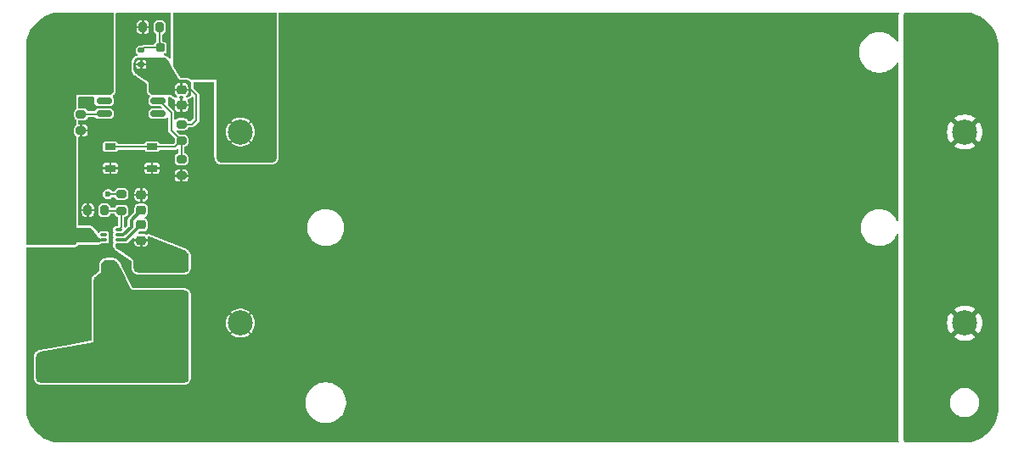
<source format=gbr>
G04 #@! TF.GenerationSoftware,KiCad,Pcbnew,8.0.8*
G04 #@! TF.CreationDate,2025-10-04T11:50:27-04:00*
G04 #@! TF.ProjectId,project-hw-2-18650,70726f6a-6563-4742-9d68-772d322d3138,rev?*
G04 #@! TF.SameCoordinates,Original*
G04 #@! TF.FileFunction,Copper,L1,Top*
G04 #@! TF.FilePolarity,Positive*
%FSLAX46Y46*%
G04 Gerber Fmt 4.6, Leading zero omitted, Abs format (unit mm)*
G04 Created by KiCad (PCBNEW 8.0.8) date 2025-10-04 11:50:27*
%MOMM*%
%LPD*%
G01*
G04 APERTURE LIST*
G04 Aperture macros list*
%AMRoundRect*
0 Rectangle with rounded corners*
0 $1 Rounding radius*
0 $2 $3 $4 $5 $6 $7 $8 $9 X,Y pos of 4 corners*
0 Add a 4 corners polygon primitive as box body*
4,1,4,$2,$3,$4,$5,$6,$7,$8,$9,$2,$3,0*
0 Add four circle primitives for the rounded corners*
1,1,$1+$1,$2,$3*
1,1,$1+$1,$4,$5*
1,1,$1+$1,$6,$7*
1,1,$1+$1,$8,$9*
0 Add four rect primitives between the rounded corners*
20,1,$1+$1,$2,$3,$4,$5,0*
20,1,$1+$1,$4,$5,$6,$7,0*
20,1,$1+$1,$6,$7,$8,$9,0*
20,1,$1+$1,$8,$9,$2,$3,0*%
G04 Aperture macros list end*
G04 #@! TA.AperFunction,SMDPad,CuDef*
%ADD10RoundRect,0.200000X0.200000X0.275000X-0.200000X0.275000X-0.200000X-0.275000X0.200000X-0.275000X0*%
G04 #@! TD*
G04 #@! TA.AperFunction,SMDPad,CuDef*
%ADD11RoundRect,0.200000X-0.250000X-0.200000X0.250000X-0.200000X0.250000X0.200000X-0.250000X0.200000X0*%
G04 #@! TD*
G04 #@! TA.AperFunction,SMDPad,CuDef*
%ADD12RoundRect,0.125000X-0.175000X0.125000X-0.175000X-0.125000X0.175000X-0.125000X0.175000X0.125000X0*%
G04 #@! TD*
G04 #@! TA.AperFunction,SMDPad,CuDef*
%ADD13RoundRect,0.150000X0.625000X0.150000X-0.625000X0.150000X-0.625000X-0.150000X0.625000X-0.150000X0*%
G04 #@! TD*
G04 #@! TA.AperFunction,SMDPad,CuDef*
%ADD14R,2.950000X4.500000*%
G04 #@! TD*
G04 #@! TA.AperFunction,SMDPad,CuDef*
%ADD15RoundRect,0.200000X-0.275000X0.200000X-0.275000X-0.200000X0.275000X-0.200000X0.275000X0.200000X0*%
G04 #@! TD*
G04 #@! TA.AperFunction,SMDPad,CuDef*
%ADD16R,1.050000X0.650000*%
G04 #@! TD*
G04 #@! TA.AperFunction,SMDPad,CuDef*
%ADD17RoundRect,0.225000X-0.250000X0.225000X-0.250000X-0.225000X0.250000X-0.225000X0.250000X0.225000X0*%
G04 #@! TD*
G04 #@! TA.AperFunction,SMDPad,CuDef*
%ADD18RoundRect,0.050000X-0.285000X-0.100000X0.285000X-0.100000X0.285000X0.100000X-0.285000X0.100000X0*%
G04 #@! TD*
G04 #@! TA.AperFunction,SMDPad,CuDef*
%ADD19RoundRect,0.475000X-2.075000X0.475000X-2.075000X-0.475000X2.075000X-0.475000X2.075000X0.475000X0*%
G04 #@! TD*
G04 #@! TA.AperFunction,SMDPad,CuDef*
%ADD20RoundRect,0.250000X-1.500000X-0.750000X1.500000X-0.750000X1.500000X0.750000X-1.500000X0.750000X0*%
G04 #@! TD*
G04 #@! TA.AperFunction,SMDPad,CuDef*
%ADD21RoundRect,0.250000X-2.750000X-0.750000X2.750000X-0.750000X2.750000X0.750000X-2.750000X0.750000X0*%
G04 #@! TD*
G04 #@! TA.AperFunction,SMDPad,CuDef*
%ADD22RoundRect,0.250000X0.325000X1.100000X-0.325000X1.100000X-0.325000X-1.100000X0.325000X-1.100000X0*%
G04 #@! TD*
G04 #@! TA.AperFunction,SMDPad,CuDef*
%ADD23RoundRect,0.225000X0.225000X0.250000X-0.225000X0.250000X-0.225000X-0.250000X0.225000X-0.250000X0*%
G04 #@! TD*
G04 #@! TA.AperFunction,SMDPad,CuDef*
%ADD24RoundRect,0.225000X0.250000X-0.225000X0.250000X0.225000X-0.250000X0.225000X-0.250000X-0.225000X0*%
G04 #@! TD*
G04 #@! TA.AperFunction,SMDPad,CuDef*
%ADD25RoundRect,0.250000X-1.100000X0.325000X-1.100000X-0.325000X1.100000X-0.325000X1.100000X0.325000X0*%
G04 #@! TD*
G04 #@! TA.AperFunction,ComponentPad*
%ADD26C,2.500000*%
G04 #@! TD*
G04 #@! TA.AperFunction,ViaPad*
%ADD27C,0.600000*%
G04 #@! TD*
G04 #@! TA.AperFunction,Conductor*
%ADD28C,0.200000*%
G04 #@! TD*
G04 #@! TA.AperFunction,Conductor*
%ADD29C,0.300000*%
G04 #@! TD*
G04 APERTURE END LIST*
D10*
X30175000Y-18000000D03*
X31825000Y-18000000D03*
D11*
X31900000Y-20050000D03*
X31900000Y-21950000D03*
X34100000Y-21000000D03*
D12*
X30000000Y-21700000D03*
X30000000Y-20300000D03*
D13*
X31700000Y-27905000D03*
X31700000Y-26635000D03*
X31700000Y-25365000D03*
X31700000Y-24095000D03*
X26300000Y-24095000D03*
X26300000Y-25365000D03*
X26300000Y-26635000D03*
X26300000Y-27905000D03*
D14*
X29000000Y-26000000D03*
D15*
X34000000Y-29325000D03*
X34000000Y-27675000D03*
D16*
X31075000Y-32075000D03*
X26925000Y-32075000D03*
X31075000Y-29925000D03*
X26925000Y-29925000D03*
D15*
X24000000Y-28325000D03*
X24000000Y-26675000D03*
X34000000Y-31175000D03*
X34000000Y-32825000D03*
D17*
X34000000Y-24225000D03*
X34000000Y-25775000D03*
D15*
X28000000Y-34675000D03*
X28000000Y-36325000D03*
D18*
X26260000Y-38250000D03*
X26260000Y-38750000D03*
X26260000Y-39250000D03*
X26260000Y-39750000D03*
X27740000Y-39750000D03*
X27740000Y-39250000D03*
X27740000Y-38750000D03*
X27740000Y-38250000D03*
D10*
X24675000Y-36250000D03*
X26325000Y-36250000D03*
D19*
X32000000Y-45600000D03*
X32000000Y-41400000D03*
D20*
X32250000Y-56000000D03*
D21*
X23000000Y-56000000D03*
D20*
X32250000Y-52000000D03*
D21*
X23000000Y-52000000D03*
D17*
X30000000Y-37725000D03*
X30000000Y-39275000D03*
D22*
X26725000Y-44500000D03*
X23775000Y-44500000D03*
D23*
X26775000Y-42000000D03*
X25225000Y-42000000D03*
D22*
X26725000Y-47750000D03*
X23775000Y-47750000D03*
D24*
X30000000Y-36275000D03*
X30000000Y-34725000D03*
D17*
X24500000Y-40275000D03*
X24500000Y-38725000D03*
D25*
X22000000Y-38775000D03*
X22000000Y-41725000D03*
D26*
X39890000Y-28450000D03*
X112110000Y-28450000D03*
X39890000Y-47550000D03*
X112110000Y-47550000D03*
D27*
X29000000Y-18000000D03*
X34000000Y-26750000D03*
X28600000Y-24100000D03*
X29400000Y-24100000D03*
X30100000Y-24100000D03*
X27900000Y-24100000D03*
X28600000Y-27900000D03*
X29400000Y-27900000D03*
X30100000Y-27900000D03*
X27900000Y-27900000D03*
X34000000Y-34000000D03*
X30000000Y-32000000D03*
X28000000Y-32000000D03*
X28250000Y-56750000D03*
X28250000Y-56000000D03*
X28250000Y-55250000D03*
X29750000Y-56750000D03*
X29750000Y-56000000D03*
X29750000Y-55250000D03*
X26750000Y-56000000D03*
X26750000Y-56750000D03*
X26750000Y-55250000D03*
X24750000Y-37250000D03*
X26000000Y-50000000D03*
X26675000Y-34675000D03*
X31250000Y-35000000D03*
X31250000Y-34250000D03*
X26250000Y-40500000D03*
X25500000Y-40500000D03*
X26250000Y-37250000D03*
X27000000Y-37250000D03*
X24000000Y-42250000D03*
X24000000Y-41500000D03*
X21250000Y-48750000D03*
X21250000Y-47750000D03*
X21250000Y-46750000D03*
X21250000Y-45250000D03*
X21250000Y-44250000D03*
X22500000Y-48750000D03*
X22500000Y-47750000D03*
X22500000Y-46750000D03*
X22500000Y-45250000D03*
X22500000Y-44250000D03*
X22500000Y-43250000D03*
X21250000Y-43250000D03*
D28*
X31900000Y-20050000D02*
X31900000Y-19600000D01*
X31900000Y-19600000D02*
X31825000Y-19525000D01*
X31825000Y-19525000D02*
X31825000Y-18000000D01*
X34000000Y-27675000D02*
X35075000Y-27675000D01*
X35075000Y-27675000D02*
X35500000Y-27250000D01*
X35500000Y-27250000D02*
X35500000Y-24750000D01*
X35500000Y-24750000D02*
X34975000Y-24225000D01*
X34975000Y-24225000D02*
X34000000Y-24225000D01*
X31900000Y-20050000D02*
X30250000Y-20050000D01*
X30250000Y-20050000D02*
X30000000Y-20300000D01*
X31700000Y-25365000D02*
X31845552Y-25365000D01*
X31845552Y-25365000D02*
X33000000Y-26519448D01*
X33000000Y-26519448D02*
X33000000Y-28325000D01*
X33000000Y-28325000D02*
X34000000Y-29325000D01*
X34000000Y-29325000D02*
X34000000Y-31175000D01*
X31075000Y-29925000D02*
X33400000Y-29925000D01*
X33400000Y-29925000D02*
X34000000Y-29325000D01*
X26925000Y-29925000D02*
X31075000Y-29925000D01*
X24000000Y-26675000D02*
X26260000Y-26675000D01*
X26260000Y-26675000D02*
X26300000Y-26635000D01*
X26675000Y-34675000D02*
X28000000Y-34675000D01*
X26000000Y-50000000D02*
X26725000Y-49275000D01*
X26725000Y-49275000D02*
X26725000Y-47750000D01*
X28000000Y-36325000D02*
X26400000Y-36325000D01*
X26400000Y-36325000D02*
X26325000Y-36250000D01*
X27740000Y-38250000D02*
X28000000Y-37990000D01*
X28000000Y-37990000D02*
X28000000Y-36325000D01*
D29*
X27740000Y-39250000D02*
X28475000Y-39250000D01*
X28475000Y-39250000D02*
X30000000Y-37725000D01*
X27740000Y-38750000D02*
X28192072Y-38750000D01*
X28192072Y-38750000D02*
X29000000Y-37942072D01*
X29000000Y-37942072D02*
X29000000Y-37275000D01*
X29000000Y-37275000D02*
X30000000Y-36275000D01*
G04 #@! TA.AperFunction,Conductor*
G36*
X112003032Y-16500648D02*
G01*
X112336929Y-16517052D01*
X112349037Y-16518245D01*
X112452146Y-16533539D01*
X112676699Y-16566849D01*
X112688617Y-16569219D01*
X113009951Y-16649709D01*
X113021588Y-16653240D01*
X113092806Y-16678722D01*
X113333467Y-16764832D01*
X113344688Y-16769479D01*
X113644163Y-16911120D01*
X113654871Y-16916844D01*
X113938988Y-17087137D01*
X113949106Y-17093897D01*
X114215170Y-17291224D01*
X114224576Y-17298944D01*
X114470013Y-17521395D01*
X114478604Y-17529986D01*
X114665755Y-17736475D01*
X114701055Y-17775423D01*
X114708775Y-17784829D01*
X114906102Y-18050893D01*
X114912862Y-18061011D01*
X115041776Y-18276092D01*
X115083148Y-18345116D01*
X115088885Y-18355848D01*
X115230514Y-18655297D01*
X115235170Y-18666540D01*
X115346759Y-18978411D01*
X115350292Y-18990055D01*
X115430777Y-19311369D01*
X115433151Y-19323305D01*
X115481754Y-19650962D01*
X115482947Y-19663071D01*
X115499351Y-19996966D01*
X115499500Y-20003051D01*
X115499500Y-55996948D01*
X115499351Y-56003033D01*
X115482947Y-56336928D01*
X115481754Y-56349037D01*
X115433151Y-56676694D01*
X115430777Y-56688630D01*
X115350292Y-57009944D01*
X115346759Y-57021588D01*
X115235170Y-57333459D01*
X115230514Y-57344702D01*
X115088885Y-57644151D01*
X115083148Y-57654883D01*
X114912862Y-57938988D01*
X114906102Y-57949106D01*
X114708775Y-58215170D01*
X114701055Y-58224576D01*
X114478611Y-58470006D01*
X114470006Y-58478611D01*
X114224576Y-58701055D01*
X114215170Y-58708775D01*
X113949106Y-58906102D01*
X113938988Y-58912862D01*
X113654883Y-59083148D01*
X113644151Y-59088885D01*
X113344702Y-59230514D01*
X113333459Y-59235170D01*
X113021588Y-59346759D01*
X113009944Y-59350292D01*
X112688630Y-59430777D01*
X112676694Y-59433151D01*
X112349037Y-59481754D01*
X112336928Y-59482947D01*
X112021989Y-59498419D01*
X112003031Y-59499351D01*
X111996949Y-59499500D01*
X106212882Y-59499500D01*
X106145843Y-59479815D01*
X106103524Y-59433953D01*
X106103095Y-59433151D01*
X106081877Y-59393453D01*
X106072575Y-59370998D01*
X106066294Y-59350292D01*
X106022757Y-59206769D01*
X106018018Y-59182941D01*
X106000597Y-59006061D01*
X106000000Y-58993907D01*
X106000000Y-55385837D01*
X110659500Y-55385837D01*
X110659500Y-55614162D01*
X110695215Y-55839660D01*
X110765770Y-56056803D01*
X110836948Y-56196496D01*
X110869421Y-56260228D01*
X111003621Y-56444937D01*
X111165063Y-56606379D01*
X111349772Y-56740579D01*
X111445884Y-56789550D01*
X111553196Y-56844229D01*
X111553198Y-56844229D01*
X111553201Y-56844231D01*
X111669592Y-56882049D01*
X111770339Y-56914784D01*
X111995838Y-56950500D01*
X111995843Y-56950500D01*
X112224162Y-56950500D01*
X112449660Y-56914784D01*
X112666799Y-56844231D01*
X112870228Y-56740579D01*
X113054937Y-56606379D01*
X113216379Y-56444937D01*
X113350579Y-56260228D01*
X113454231Y-56056799D01*
X113524784Y-55839660D01*
X113560500Y-55614162D01*
X113560500Y-55385837D01*
X113524784Y-55160339D01*
X113454229Y-54943196D01*
X113350578Y-54739771D01*
X113216379Y-54555063D01*
X113054937Y-54393621D01*
X112870228Y-54259421D01*
X112666803Y-54155770D01*
X112449660Y-54085215D01*
X112224162Y-54049500D01*
X112224157Y-54049500D01*
X111995843Y-54049500D01*
X111995838Y-54049500D01*
X111770339Y-54085215D01*
X111553196Y-54155770D01*
X111349771Y-54259421D01*
X111165061Y-54393622D01*
X111003622Y-54555061D01*
X110869421Y-54739771D01*
X110765770Y-54943196D01*
X110695215Y-55160339D01*
X110659500Y-55385837D01*
X106000000Y-55385837D01*
X106000000Y-47549995D01*
X110355093Y-47549995D01*
X110355093Y-47550004D01*
X110374692Y-47811545D01*
X110374693Y-47811550D01*
X110433058Y-48067270D01*
X110528883Y-48311426D01*
X110528882Y-48311426D01*
X110660029Y-48538576D01*
X110707873Y-48598572D01*
X111501304Y-47805141D01*
X111525116Y-47862627D01*
X111597345Y-47970725D01*
X111689275Y-48062655D01*
X111797373Y-48134884D01*
X111854857Y-48158694D01*
X111060830Y-48952720D01*
X111232546Y-49069793D01*
X111232550Y-49069795D01*
X111468854Y-49183594D01*
X111468858Y-49183595D01*
X111719494Y-49260907D01*
X111719500Y-49260909D01*
X111978848Y-49299999D01*
X111978857Y-49300000D01*
X112241143Y-49300000D01*
X112241151Y-49299999D01*
X112500499Y-49260909D01*
X112500505Y-49260907D01*
X112751143Y-49183595D01*
X112987445Y-49069798D01*
X112987447Y-49069797D01*
X113159168Y-48952720D01*
X112365142Y-48158694D01*
X112422627Y-48134884D01*
X112530725Y-48062655D01*
X112622655Y-47970725D01*
X112694884Y-47862627D01*
X112718695Y-47805142D01*
X113512125Y-48598572D01*
X113559971Y-48538573D01*
X113691116Y-48311426D01*
X113786941Y-48067270D01*
X113845306Y-47811550D01*
X113845307Y-47811545D01*
X113864907Y-47550004D01*
X113864907Y-47549995D01*
X113845307Y-47288454D01*
X113845306Y-47288449D01*
X113786941Y-47032729D01*
X113691116Y-46788573D01*
X113691117Y-46788573D01*
X113559972Y-46561426D01*
X113512124Y-46501427D01*
X112718694Y-47294857D01*
X112694884Y-47237373D01*
X112622655Y-47129275D01*
X112530725Y-47037345D01*
X112422627Y-46965116D01*
X112365141Y-46941304D01*
X113159168Y-46147278D01*
X112987454Y-46030206D01*
X112987445Y-46030201D01*
X112751142Y-45916404D01*
X112751144Y-45916404D01*
X112500505Y-45839092D01*
X112500499Y-45839090D01*
X112241151Y-45800000D01*
X111978848Y-45800000D01*
X111719500Y-45839090D01*
X111719494Y-45839092D01*
X111468858Y-45916404D01*
X111468854Y-45916405D01*
X111232547Y-46030205D01*
X111232539Y-46030210D01*
X111060830Y-46147277D01*
X111854858Y-46941304D01*
X111797373Y-46965116D01*
X111689275Y-47037345D01*
X111597345Y-47129275D01*
X111525116Y-47237373D01*
X111501304Y-47294857D01*
X110707874Y-46501427D01*
X110660028Y-46561425D01*
X110528883Y-46788573D01*
X110433058Y-47032729D01*
X110374693Y-47288449D01*
X110374692Y-47288454D01*
X110355093Y-47549995D01*
X106000000Y-47549995D01*
X106000000Y-28449995D01*
X110355093Y-28449995D01*
X110355093Y-28450004D01*
X110374692Y-28711545D01*
X110374693Y-28711550D01*
X110433058Y-28967270D01*
X110528883Y-29211426D01*
X110528882Y-29211426D01*
X110660029Y-29438576D01*
X110707873Y-29498572D01*
X111501304Y-28705141D01*
X111525116Y-28762627D01*
X111597345Y-28870725D01*
X111689275Y-28962655D01*
X111797373Y-29034884D01*
X111854857Y-29058694D01*
X111060830Y-29852720D01*
X111232546Y-29969793D01*
X111232550Y-29969795D01*
X111468854Y-30083594D01*
X111468858Y-30083595D01*
X111719494Y-30160907D01*
X111719500Y-30160909D01*
X111978848Y-30199999D01*
X111978857Y-30200000D01*
X112241143Y-30200000D01*
X112241151Y-30199999D01*
X112500499Y-30160909D01*
X112500505Y-30160907D01*
X112751143Y-30083595D01*
X112987445Y-29969798D01*
X112987447Y-29969797D01*
X113159168Y-29852720D01*
X112365142Y-29058694D01*
X112422627Y-29034884D01*
X112530725Y-28962655D01*
X112622655Y-28870725D01*
X112694884Y-28762627D01*
X112718695Y-28705142D01*
X113512125Y-29498572D01*
X113559971Y-29438573D01*
X113691116Y-29211426D01*
X113786941Y-28967270D01*
X113845306Y-28711550D01*
X113845307Y-28711545D01*
X113864907Y-28450004D01*
X113864907Y-28449995D01*
X113845307Y-28188454D01*
X113845306Y-28188449D01*
X113786941Y-27932729D01*
X113691116Y-27688573D01*
X113691117Y-27688573D01*
X113559972Y-27461426D01*
X113512124Y-27401427D01*
X112718694Y-28194857D01*
X112694884Y-28137373D01*
X112622655Y-28029275D01*
X112530725Y-27937345D01*
X112422627Y-27865116D01*
X112365141Y-27841304D01*
X113159168Y-27047278D01*
X112987454Y-26930206D01*
X112987445Y-26930201D01*
X112751142Y-26816404D01*
X112751144Y-26816404D01*
X112500505Y-26739092D01*
X112500499Y-26739090D01*
X112241151Y-26700000D01*
X111978848Y-26700000D01*
X111719500Y-26739090D01*
X111719494Y-26739092D01*
X111468858Y-26816404D01*
X111468854Y-26816405D01*
X111232547Y-26930205D01*
X111232539Y-26930210D01*
X111060830Y-27047277D01*
X111854858Y-27841304D01*
X111797373Y-27865116D01*
X111689275Y-27937345D01*
X111597345Y-28029275D01*
X111525116Y-28137373D01*
X111501304Y-28194857D01*
X110707874Y-27401427D01*
X110660028Y-27461425D01*
X110528883Y-27688573D01*
X110433058Y-27932729D01*
X110374693Y-28188449D01*
X110374692Y-28188454D01*
X110355093Y-28449995D01*
X106000000Y-28449995D01*
X106000000Y-17006092D01*
X106000597Y-16993938D01*
X106018018Y-16817056D01*
X106022757Y-16793232D01*
X106072577Y-16628994D01*
X106081873Y-16606553D01*
X106103526Y-16566043D01*
X106152487Y-16516202D01*
X106212882Y-16500500D01*
X111934108Y-16500500D01*
X111996949Y-16500500D01*
X112003032Y-16500648D01*
G37*
G04 #@! TD.AperFunction*
G04 #@! TA.AperFunction,Conductor*
G36*
X24757574Y-38001180D02*
G01*
X24886861Y-38021322D01*
X24915895Y-38030594D01*
X24970940Y-38058116D01*
X25025988Y-38085640D01*
X25050824Y-38103303D01*
X25144511Y-38194648D01*
X25154599Y-38206132D01*
X25599995Y-38799994D01*
X25599997Y-38799996D01*
X25750000Y-39000000D01*
X25773952Y-39000000D01*
X25794397Y-39030599D01*
X25794399Y-39030601D01*
X25877260Y-39085966D01*
X25932808Y-39097015D01*
X25950315Y-39100498D01*
X25950320Y-39100498D01*
X25950326Y-39100500D01*
X25950327Y-39100500D01*
X26389015Y-39100500D01*
X26447206Y-39119407D01*
X26483170Y-39168907D01*
X26486113Y-39180186D01*
X26496158Y-39230686D01*
X26496158Y-39269314D01*
X26486113Y-39319814D01*
X26456216Y-39373198D01*
X26400651Y-39398814D01*
X26389015Y-39399500D01*
X25950326Y-39399500D01*
X25950325Y-39399500D01*
X25950315Y-39399501D01*
X25877263Y-39414033D01*
X25877257Y-39414035D01*
X25794401Y-39469397D01*
X25792795Y-39471004D01*
X25789434Y-39472716D01*
X25786292Y-39474816D01*
X25786043Y-39474443D01*
X25738278Y-39498781D01*
X25722791Y-39500000D01*
X20500000Y-39500000D01*
X20500000Y-38000000D01*
X24000000Y-38000000D01*
X24000001Y-38000000D01*
X24742334Y-38000000D01*
X24757574Y-38001180D01*
G37*
G04 #@! TD.AperFunction*
G04 #@! TA.AperFunction,Conductor*
G36*
X30805104Y-38875631D02*
G01*
X30855657Y-38896447D01*
X34433621Y-40369726D01*
X34446645Y-40376250D01*
X34553958Y-40440304D01*
X34576481Y-40458729D01*
X34655549Y-40545738D01*
X34671742Y-40569919D01*
X34722092Y-40676158D01*
X34730556Y-40704005D01*
X34748925Y-40827612D01*
X34750000Y-40842164D01*
X34750000Y-41993511D01*
X34749153Y-42006433D01*
X34734664Y-42116487D01*
X34727975Y-42141451D01*
X34688001Y-42237957D01*
X34675079Y-42260339D01*
X34611487Y-42343213D01*
X34593213Y-42361487D01*
X34510339Y-42425079D01*
X34487957Y-42438001D01*
X34391451Y-42477975D01*
X34366487Y-42484664D01*
X34256434Y-42499153D01*
X34243512Y-42500000D01*
X29756488Y-42500000D01*
X29743566Y-42499153D01*
X29633512Y-42484664D01*
X29608548Y-42477975D01*
X29512042Y-42438001D01*
X29489660Y-42425079D01*
X29406783Y-42361484D01*
X29388515Y-42343216D01*
X29324918Y-42260336D01*
X29312000Y-42237960D01*
X29272023Y-42141447D01*
X29265336Y-42116489D01*
X29250847Y-42006432D01*
X29250000Y-41993511D01*
X29250000Y-41515601D01*
X29250000Y-41515598D01*
X29250000Y-41250000D01*
X29029930Y-41101304D01*
X29029929Y-41101303D01*
X29029926Y-41101301D01*
X29029921Y-41101297D01*
X27947186Y-40369720D01*
X27613835Y-40144483D01*
X27601283Y-40134424D01*
X27508086Y-40046380D01*
X27488644Y-40020861D01*
X27432342Y-39914869D01*
X27422083Y-39884477D01*
X27402911Y-39767726D01*
X27403506Y-39732372D01*
X27413888Y-39680184D01*
X27443785Y-39626801D01*
X27499351Y-39601186D01*
X27510985Y-39600500D01*
X28521142Y-39600500D01*
X28521144Y-39600500D01*
X28610288Y-39576614D01*
X28685045Y-39533453D01*
X29325000Y-39533453D01*
X29340760Y-39632965D01*
X29340762Y-39632969D01*
X29401881Y-39752921D01*
X29497078Y-39848118D01*
X29617030Y-39909237D01*
X29617029Y-39909237D01*
X29716545Y-39924999D01*
X29900000Y-39924999D01*
X29900000Y-39375001D01*
X30100000Y-39375001D01*
X30100000Y-39924998D01*
X30100001Y-39924999D01*
X30283453Y-39924999D01*
X30382965Y-39909239D01*
X30382969Y-39909237D01*
X30502921Y-39848118D01*
X30598118Y-39752921D01*
X30659237Y-39632969D01*
X30675000Y-39533453D01*
X30675000Y-39375001D01*
X30674999Y-39375000D01*
X30100001Y-39375000D01*
X30100000Y-39375001D01*
X29900000Y-39375001D01*
X29899999Y-39375000D01*
X29325002Y-39375000D01*
X29325001Y-39375001D01*
X29325001Y-39533453D01*
X29325000Y-39533453D01*
X28685045Y-39533453D01*
X28690212Y-39530470D01*
X28720682Y-39500000D01*
X28750000Y-39500000D01*
X29155998Y-39094001D01*
X29210513Y-39066225D01*
X29270945Y-39075796D01*
X29314210Y-39119061D01*
X29325000Y-39164006D01*
X29325000Y-39174999D01*
X29325001Y-39175000D01*
X30674998Y-39175000D01*
X30674999Y-39174999D01*
X30674999Y-39016547D01*
X30669632Y-38982662D01*
X30679203Y-38922230D01*
X30722468Y-38878965D01*
X30782900Y-38869394D01*
X30805104Y-38875631D01*
G37*
G04 #@! TD.AperFunction*
G04 #@! TA.AperFunction,Conductor*
G36*
X27197767Y-41250945D02*
G01*
X27313969Y-41267130D01*
X27340227Y-41274590D01*
X27441234Y-41319114D01*
X27464462Y-41333469D01*
X27549457Y-41403901D01*
X27567878Y-41424058D01*
X27634314Y-41520743D01*
X27641264Y-41532529D01*
X27991204Y-42232407D01*
X28861797Y-43973596D01*
X28861800Y-43973601D01*
X28861803Y-43973607D01*
X28861804Y-43973609D01*
X29000000Y-44250000D01*
X34243512Y-44250000D01*
X34256433Y-44250847D01*
X34271739Y-44252862D01*
X34366489Y-44265336D01*
X34391447Y-44272023D01*
X34487960Y-44312000D01*
X34510336Y-44324918D01*
X34593216Y-44388515D01*
X34611484Y-44406783D01*
X34675079Y-44489660D01*
X34688001Y-44512042D01*
X34727975Y-44608548D01*
X34734664Y-44633512D01*
X34749153Y-44743566D01*
X34750000Y-44756488D01*
X34750000Y-52993511D01*
X34749153Y-53006433D01*
X34734664Y-53116487D01*
X34727975Y-53141451D01*
X34688001Y-53237957D01*
X34675079Y-53260339D01*
X34611487Y-53343213D01*
X34593213Y-53361487D01*
X34510339Y-53425079D01*
X34487957Y-53438001D01*
X34391451Y-53477975D01*
X34366487Y-53484664D01*
X34256434Y-53499153D01*
X34243512Y-53500000D01*
X20006488Y-53500000D01*
X19993566Y-53499153D01*
X19883512Y-53484664D01*
X19858548Y-53477975D01*
X19762042Y-53438001D01*
X19739660Y-53425079D01*
X19656783Y-53361484D01*
X19638515Y-53343216D01*
X19574918Y-53260336D01*
X19562000Y-53237960D01*
X19522023Y-53141447D01*
X19515336Y-53116489D01*
X19500847Y-53006432D01*
X19500000Y-52993511D01*
X19500000Y-50927481D01*
X19500967Y-50913681D01*
X19503045Y-50898914D01*
X19517491Y-50796302D01*
X19525108Y-50769784D01*
X19570548Y-50667915D01*
X19585190Y-50644531D01*
X19656988Y-50559168D01*
X19677524Y-50540732D01*
X19723807Y-50509624D01*
X19770092Y-50478515D01*
X19794914Y-50466465D01*
X19907743Y-50430067D01*
X19921146Y-50426757D01*
X22375000Y-50000000D01*
X25250000Y-49500000D01*
X25250000Y-43275719D01*
X25251325Y-43259576D01*
X25254506Y-43240323D01*
X25273923Y-43122846D01*
X25284308Y-43092285D01*
X25345818Y-42977356D01*
X25365484Y-42951763D01*
X25466726Y-42857105D01*
X25479397Y-42847068D01*
X25777350Y-42648433D01*
X26000000Y-42500000D01*
X26000000Y-41756488D01*
X26000847Y-41743567D01*
X26002511Y-41730923D01*
X26015336Y-41633508D01*
X26022022Y-41608554D01*
X26062001Y-41512035D01*
X26074916Y-41489666D01*
X26138518Y-41406779D01*
X26156779Y-41388518D01*
X26239666Y-41324916D01*
X26262035Y-41312001D01*
X26358554Y-41272022D01*
X26383508Y-41265336D01*
X26480923Y-41252511D01*
X26493567Y-41250847D01*
X26506488Y-41250000D01*
X27184125Y-41250000D01*
X27197767Y-41250945D01*
G37*
G04 #@! TD.AperFunction*
G04 #@! TA.AperFunction,Conductor*
G36*
X26343873Y-35057144D02*
G01*
X26464942Y-35134950D01*
X26464947Y-35134953D01*
X26571403Y-35166211D01*
X26603035Y-35175499D01*
X26603036Y-35175499D01*
X26603039Y-35175500D01*
X26603041Y-35175500D01*
X26746959Y-35175500D01*
X26746961Y-35175500D01*
X26885053Y-35134953D01*
X27006128Y-35057143D01*
X27047264Y-35009668D01*
X27063298Y-35000000D01*
X27329017Y-35000000D01*
X27354257Y-35029552D01*
X27396950Y-35113342D01*
X27486658Y-35203050D01*
X27599696Y-35260646D01*
X27693481Y-35275500D01*
X28306518Y-35275499D01*
X28306520Y-35275499D01*
X28306521Y-35275498D01*
X28353411Y-35268072D01*
X28400299Y-35260647D01*
X28400299Y-35260646D01*
X28400304Y-35260646D01*
X28513342Y-35203050D01*
X28603050Y-35113342D01*
X28660646Y-35000304D01*
X28660694Y-35000000D01*
X29327621Y-35000000D01*
X29340760Y-35082965D01*
X29340762Y-35082969D01*
X29401881Y-35202921D01*
X29497078Y-35298118D01*
X29617030Y-35359237D01*
X29617029Y-35359237D01*
X29716545Y-35374999D01*
X29900000Y-35374999D01*
X29900000Y-35000000D01*
X30100000Y-35000000D01*
X30100000Y-35374998D01*
X30100001Y-35374999D01*
X30283453Y-35374999D01*
X30382965Y-35359239D01*
X30382969Y-35359237D01*
X30502921Y-35298118D01*
X30598118Y-35202921D01*
X30659237Y-35082969D01*
X30672379Y-35000000D01*
X37000000Y-35000000D01*
X37000000Y-59499500D01*
X22002436Y-59499500D01*
X21997578Y-59499381D01*
X21661838Y-59482887D01*
X21652170Y-59481934D01*
X21322096Y-59432972D01*
X21312567Y-59431077D01*
X20988868Y-59349995D01*
X20979571Y-59347175D01*
X20665378Y-59234754D01*
X20656402Y-59231036D01*
X20354741Y-59088361D01*
X20346173Y-59083781D01*
X20059950Y-58912226D01*
X20051872Y-58906828D01*
X19783849Y-58708048D01*
X19776339Y-58701885D01*
X19529083Y-58477786D01*
X19522218Y-58470921D01*
X19298114Y-58223660D01*
X19291951Y-58216150D01*
X19093171Y-57948127D01*
X19087773Y-57940049D01*
X18958223Y-57723908D01*
X18916216Y-57653823D01*
X18911638Y-57645258D01*
X18768963Y-57343597D01*
X18765245Y-57334621D01*
X18652820Y-57020415D01*
X18650008Y-57011144D01*
X18568919Y-56687421D01*
X18567029Y-56677915D01*
X18518063Y-56347815D01*
X18517113Y-56338173D01*
X18500619Y-56002421D01*
X18500500Y-55997564D01*
X18500500Y-50927468D01*
X19294500Y-50927468D01*
X19294500Y-52993511D01*
X19294939Y-53006952D01*
X19295786Y-53019872D01*
X19296594Y-53028075D01*
X19297105Y-53033255D01*
X19297106Y-53033260D01*
X19311592Y-53143301D01*
X19311593Y-53143311D01*
X19316835Y-53169665D01*
X19316837Y-53169673D01*
X19317847Y-53173446D01*
X19323524Y-53194634D01*
X19323526Y-53194641D01*
X19332159Y-53220071D01*
X19332167Y-53220090D01*
X19372140Y-53316595D01*
X19372143Y-53316601D01*
X19384029Y-53340705D01*
X19396947Y-53363081D01*
X19411885Y-53385438D01*
X19475470Y-53468302D01*
X19475484Y-53468320D01*
X19475495Y-53468334D01*
X19493201Y-53488522D01*
X19511476Y-53506797D01*
X19531664Y-53524503D01*
X19531673Y-53524510D01*
X19531681Y-53524517D01*
X19614558Y-53588112D01*
X19636912Y-53603048D01*
X19659294Y-53615970D01*
X19683401Y-53627858D01*
X19779907Y-53667832D01*
X19805361Y-53676473D01*
X19830325Y-53683162D01*
X19856689Y-53688406D01*
X19856698Y-53688407D01*
X19856702Y-53688408D01*
X19892230Y-53693085D01*
X19966743Y-53702895D01*
X19980125Y-53704213D01*
X19993047Y-53705060D01*
X20006488Y-53705500D01*
X34243512Y-53705500D01*
X34256953Y-53705060D01*
X34269875Y-53704213D01*
X34281613Y-53703056D01*
X34283269Y-53702894D01*
X34338284Y-53695650D01*
X34393311Y-53688406D01*
X34419674Y-53683162D01*
X34419682Y-53683160D01*
X34422534Y-53682395D01*
X34444638Y-53676473D01*
X34470092Y-53667832D01*
X34566598Y-53627858D01*
X34590705Y-53615970D01*
X34613087Y-53603048D01*
X34635440Y-53588113D01*
X34718314Y-53524521D01*
X34738523Y-53506797D01*
X34756797Y-53488523D01*
X34774521Y-53468314D01*
X34838113Y-53385440D01*
X34853048Y-53363087D01*
X34865970Y-53340705D01*
X34877858Y-53316598D01*
X34917832Y-53220092D01*
X34926473Y-53194638D01*
X34933162Y-53169674D01*
X34938406Y-53143310D01*
X34952895Y-53033256D01*
X34954213Y-53019874D01*
X34955060Y-53006952D01*
X34955500Y-52993511D01*
X34955500Y-44756488D01*
X34955060Y-44743047D01*
X34954213Y-44730125D01*
X34952895Y-44716743D01*
X34938406Y-44606689D01*
X34933162Y-44580325D01*
X34926473Y-44555361D01*
X34917832Y-44529907D01*
X34877858Y-44433401D01*
X34865970Y-44409294D01*
X34853048Y-44386912D01*
X34838112Y-44364558D01*
X34774517Y-44281681D01*
X34774510Y-44281673D01*
X34774503Y-44281664D01*
X34756797Y-44261476D01*
X34738522Y-44243201D01*
X34718334Y-44225495D01*
X34718320Y-44225484D01*
X34718318Y-44225482D01*
X34635438Y-44161885D01*
X34613081Y-44146947D01*
X34590705Y-44134029D01*
X34566604Y-44122144D01*
X34470090Y-44082167D01*
X34470071Y-44082159D01*
X34444641Y-44073526D01*
X34444634Y-44073524D01*
X34428117Y-44069099D01*
X34419673Y-44066837D01*
X34419667Y-44066835D01*
X34419666Y-44066835D01*
X34393311Y-44061593D01*
X34393304Y-44061592D01*
X34295349Y-44048697D01*
X34295340Y-44048695D01*
X34283264Y-44047106D01*
X34283258Y-44047105D01*
X34283255Y-44047105D01*
X34280816Y-44046864D01*
X34269870Y-44045786D01*
X34256953Y-44044939D01*
X34243512Y-44044500D01*
X29188191Y-44044500D01*
X29130000Y-44025593D01*
X29099643Y-43989774D01*
X29045017Y-43880522D01*
X29044972Y-43880434D01*
X28180164Y-42150815D01*
X28180164Y-42150814D01*
X27825068Y-41440622D01*
X27818285Y-41428155D01*
X27811331Y-41416364D01*
X27811329Y-41416360D01*
X27803683Y-41404363D01*
X27791693Y-41386914D01*
X27737248Y-41307679D01*
X27734082Y-41303693D01*
X27719574Y-41285427D01*
X27701153Y-41265270D01*
X27701149Y-41265266D01*
X27680585Y-41245674D01*
X27680568Y-41245658D01*
X27619867Y-41195359D01*
X27595586Y-41175238D01*
X27584948Y-41167599D01*
X27572496Y-41158658D01*
X27572494Y-41158656D01*
X27572486Y-41158651D01*
X27549289Y-41144315D01*
X27549254Y-41144295D01*
X27524129Y-41131075D01*
X27524127Y-41131074D01*
X27524123Y-41131072D01*
X27423116Y-41086548D01*
X27423110Y-41086546D01*
X27423106Y-41086544D01*
X27396380Y-41076910D01*
X27370141Y-41069456D01*
X27370139Y-41069455D01*
X27370130Y-41069453D01*
X27342318Y-41063595D01*
X27342306Y-41063593D01*
X27342300Y-41063592D01*
X27226123Y-41047410D01*
X27211963Y-41045935D01*
X27198336Y-41044991D01*
X27185416Y-41044544D01*
X27184125Y-41044500D01*
X26506488Y-41044500D01*
X26493046Y-41044939D01*
X26480109Y-41045788D01*
X26466766Y-41047102D01*
X26455633Y-41048567D01*
X26356692Y-41061592D01*
X26356685Y-41061593D01*
X26330330Y-41066835D01*
X26330312Y-41066839D01*
X26305382Y-41073519D01*
X26279915Y-41082163D01*
X26279912Y-41082164D01*
X26183407Y-41122136D01*
X26159273Y-41134038D01*
X26136913Y-41146949D01*
X26114568Y-41161879D01*
X26114561Y-41161884D01*
X26031689Y-41225474D01*
X26031677Y-41225484D01*
X26011464Y-41243212D01*
X25993212Y-41261464D01*
X25975484Y-41281677D01*
X25975474Y-41281689D01*
X25911884Y-41364561D01*
X25911879Y-41364568D01*
X25896949Y-41386913D01*
X25884038Y-41409273D01*
X25872136Y-41433407D01*
X25832164Y-41529912D01*
X25832163Y-41529915D01*
X25823519Y-41555382D01*
X25816839Y-41580312D01*
X25816835Y-41580330D01*
X25811593Y-41606685D01*
X25811592Y-41606692D01*
X25798767Y-41704110D01*
X25798768Y-41704111D01*
X25797100Y-41716779D01*
X25795788Y-41730109D01*
X25794939Y-41743046D01*
X25794500Y-41756487D01*
X25794500Y-42337035D01*
X25775593Y-42395226D01*
X25750416Y-42419408D01*
X25663359Y-42477447D01*
X25663358Y-42477447D01*
X25365419Y-42676072D01*
X25351779Y-42685994D01*
X25339141Y-42696006D01*
X25326368Y-42707005D01*
X25225146Y-42801645D01*
X25225127Y-42801664D01*
X25202545Y-42826538D01*
X25202532Y-42826555D01*
X25182867Y-42852144D01*
X25164639Y-42880379D01*
X25164631Y-42880392D01*
X25103127Y-42995311D01*
X25103125Y-42995316D01*
X25089736Y-43026161D01*
X25079354Y-43056715D01*
X25079348Y-43056735D01*
X25071175Y-43089329D01*
X25051757Y-43206812D01*
X25048572Y-43226087D01*
X25046515Y-43242754D01*
X25045189Y-43258908D01*
X25044500Y-43275719D01*
X25044500Y-49243885D01*
X25025593Y-49302076D01*
X24976093Y-49338040D01*
X24962463Y-49341421D01*
X22339789Y-49797539D01*
X19885934Y-50224296D01*
X19871890Y-50227248D01*
X19871876Y-50227251D01*
X19858473Y-50230561D01*
X19854734Y-50231624D01*
X19844646Y-50234493D01*
X19731819Y-50270891D01*
X19705166Y-50281597D01*
X19680356Y-50293641D01*
X19655455Y-50307961D01*
X19605192Y-50341744D01*
X19605186Y-50341748D01*
X19562898Y-50370171D01*
X19562893Y-50370174D01*
X19540240Y-50387815D01*
X19540226Y-50387827D01*
X19519709Y-50406246D01*
X19519703Y-50406252D01*
X19499708Y-50426904D01*
X19499706Y-50426907D01*
X19427936Y-50512237D01*
X19427914Y-50512265D01*
X19411023Y-50535462D01*
X19411002Y-50535493D01*
X19396387Y-50558833D01*
X19382868Y-50584209D01*
X19337436Y-50686061D01*
X19337433Y-50686070D01*
X19327593Y-50713056D01*
X19319975Y-50739579D01*
X19314002Y-50767628D01*
X19313995Y-50767669D01*
X19299730Y-50868990D01*
X19299725Y-50869036D01*
X19297471Y-50885047D01*
X19295971Y-50899305D01*
X19295001Y-50913136D01*
X19294500Y-50927468D01*
X18500500Y-50927468D01*
X18500500Y-40054500D01*
X18519407Y-39996309D01*
X18568907Y-39960345D01*
X18599500Y-39955500D01*
X23361965Y-39955500D01*
X23388792Y-39953741D01*
X23414416Y-39950367D01*
X23440779Y-39945123D01*
X23459445Y-39940121D01*
X23465048Y-39938620D01*
X23465051Y-39938618D01*
X23465066Y-39938615D01*
X23514624Y-39918088D01*
X23559004Y-39892466D01*
X23601566Y-39859806D01*
X23609806Y-39851566D01*
X23642466Y-39809004D01*
X23668088Y-39764624D01*
X23668092Y-39764615D01*
X23669522Y-39761717D01*
X23670877Y-39762385D01*
X23706998Y-39720090D01*
X23758728Y-39705500D01*
X25722777Y-39705500D01*
X25722791Y-39705500D01*
X25738916Y-39704866D01*
X25754403Y-39703647D01*
X25831575Y-39681882D01*
X25879340Y-39657544D01*
X25879339Y-39657543D01*
X25880113Y-39657150D01*
X25881316Y-39656537D01*
X25885123Y-39655932D01*
X25888679Y-39653556D01*
X25898743Y-39647657D01*
X25901984Y-39646005D01*
X25903745Y-39643581D01*
X25906950Y-39641347D01*
X25908569Y-39640264D01*
X25908570Y-39640265D01*
X25936376Y-39621684D01*
X25991378Y-39605000D01*
X26389018Y-39605000D01*
X26390152Y-39604966D01*
X26401109Y-39604644D01*
X26412745Y-39603958D01*
X26414706Y-39603466D01*
X26438761Y-39600500D01*
X26569673Y-39600500D01*
X26569674Y-39600500D01*
X26642740Y-39585966D01*
X26725601Y-39530601D01*
X26780966Y-39447740D01*
X26795500Y-39374674D01*
X26795500Y-39125326D01*
X26780966Y-39052260D01*
X26780962Y-39052255D01*
X26777233Y-39043248D01*
X26779248Y-39042413D01*
X26766189Y-38996120D01*
X26778773Y-38957389D01*
X26777233Y-38956752D01*
X26780961Y-38947746D01*
X26780966Y-38947740D01*
X26795500Y-38874674D01*
X26795500Y-38625326D01*
X26780966Y-38552260D01*
X26780964Y-38552257D01*
X26725602Y-38469400D01*
X26725599Y-38469397D01*
X26642742Y-38414035D01*
X26642740Y-38414034D01*
X26642737Y-38414033D01*
X26642736Y-38414033D01*
X26569684Y-38399501D01*
X26569674Y-38399500D01*
X25950326Y-38399500D01*
X25950325Y-38399500D01*
X25950315Y-38399501D01*
X25877263Y-38414033D01*
X25877257Y-38414035D01*
X25794400Y-38469397D01*
X25794396Y-38469401D01*
X25784664Y-38483967D01*
X25736614Y-38521846D01*
X25675476Y-38524248D01*
X25624603Y-38490255D01*
X25623149Y-38488365D01*
X25319002Y-38082836D01*
X25308990Y-38070509D01*
X25298887Y-38059008D01*
X25287981Y-38047519D01*
X25194296Y-37956176D01*
X25194288Y-37956169D01*
X25194284Y-37956165D01*
X25189086Y-37951827D01*
X25169932Y-37935841D01*
X25169925Y-37935836D01*
X25145085Y-37918171D01*
X25117897Y-37901839D01*
X25117894Y-37901837D01*
X25117890Y-37901835D01*
X25062842Y-37874311D01*
X25062841Y-37874311D01*
X25062839Y-37874310D01*
X25062837Y-37874308D01*
X25007797Y-37846789D01*
X24993103Y-37840811D01*
X24978411Y-37834834D01*
X24949377Y-37825562D01*
X24949374Y-37825561D01*
X24949370Y-37825560D01*
X24918506Y-37818273D01*
X24918498Y-37818271D01*
X24918495Y-37818271D01*
X24885763Y-37813171D01*
X24789207Y-37798128D01*
X24773447Y-37796294D01*
X24773445Y-37796293D01*
X24773438Y-37796293D01*
X24763199Y-37795500D01*
X24758187Y-37795112D01*
X24742336Y-37794500D01*
X24742334Y-37794500D01*
X23804500Y-37794500D01*
X23746309Y-37775593D01*
X23710345Y-37726093D01*
X23705500Y-37695500D01*
X23705500Y-36350001D01*
X24075001Y-36350001D01*
X24075001Y-36556485D01*
X24089833Y-36650141D01*
X24089836Y-36650151D01*
X24147358Y-36763043D01*
X24236956Y-36852641D01*
X24349848Y-36910163D01*
X24349852Y-36910164D01*
X24443515Y-36924999D01*
X24575000Y-36924999D01*
X24575000Y-36350001D01*
X24775000Y-36350001D01*
X24775000Y-36924998D01*
X24775001Y-36924999D01*
X24906483Y-36924999D01*
X24906485Y-36924998D01*
X25000141Y-36910166D01*
X25000151Y-36910163D01*
X25113043Y-36852641D01*
X25202641Y-36763043D01*
X25260163Y-36650151D01*
X25260164Y-36650147D01*
X25275000Y-36556484D01*
X25275000Y-36350001D01*
X25274999Y-36350000D01*
X24775001Y-36350000D01*
X24775000Y-36350001D01*
X24575000Y-36350001D01*
X24574999Y-36350000D01*
X24075002Y-36350000D01*
X24075001Y-36350001D01*
X23705500Y-36350001D01*
X23705500Y-35943515D01*
X24075000Y-35943515D01*
X24075000Y-36149999D01*
X24075001Y-36150000D01*
X24574999Y-36150000D01*
X24575000Y-36149999D01*
X24575000Y-35575001D01*
X24775000Y-35575001D01*
X24775000Y-36149999D01*
X24775001Y-36150000D01*
X25274998Y-36150000D01*
X25274999Y-36149999D01*
X25274999Y-35943516D01*
X25274998Y-35943514D01*
X25274992Y-35943477D01*
X25724500Y-35943477D01*
X25724500Y-36556520D01*
X25724501Y-36556523D01*
X25739352Y-36650299D01*
X25739354Y-36650304D01*
X25796950Y-36763342D01*
X25886658Y-36853050D01*
X25999696Y-36910646D01*
X26093481Y-36925500D01*
X26556518Y-36925499D01*
X26556520Y-36925499D01*
X26556521Y-36925498D01*
X26611118Y-36916852D01*
X26650299Y-36910647D01*
X26650299Y-36910646D01*
X26650304Y-36910646D01*
X26763342Y-36853050D01*
X26853050Y-36763342D01*
X26895742Y-36679553D01*
X26939006Y-36636290D01*
X26983951Y-36625500D01*
X27266049Y-36625500D01*
X27324240Y-36644407D01*
X27354257Y-36679552D01*
X27396950Y-36763342D01*
X27486658Y-36853050D01*
X27599696Y-36910646D01*
X27615986Y-36913226D01*
X27670503Y-36941003D01*
X27698281Y-36995519D01*
X27699500Y-37011007D01*
X27699500Y-37800500D01*
X27680593Y-37858691D01*
X27631093Y-37894655D01*
X27600500Y-37899500D01*
X27430326Y-37899500D01*
X27430325Y-37899500D01*
X27430315Y-37899501D01*
X27357263Y-37914033D01*
X27357257Y-37914035D01*
X27274400Y-37969397D01*
X27274397Y-37969400D01*
X27219035Y-38052257D01*
X27219033Y-38052263D01*
X27204501Y-38125315D01*
X27204500Y-38125327D01*
X27204500Y-38374672D01*
X27204501Y-38374684D01*
X27219033Y-38447736D01*
X27219034Y-38447740D01*
X27219035Y-38447742D01*
X27222766Y-38456749D01*
X27220751Y-38457583D01*
X27233811Y-38503888D01*
X27221227Y-38542613D01*
X27222766Y-38543251D01*
X27219033Y-38552263D01*
X27204501Y-38625315D01*
X27204500Y-38625327D01*
X27204500Y-38874672D01*
X27204501Y-38874684D01*
X27219033Y-38947736D01*
X27219034Y-38947740D01*
X27219035Y-38947742D01*
X27222766Y-38956749D01*
X27220751Y-38957583D01*
X27233811Y-39003888D01*
X27221227Y-39042613D01*
X27222766Y-39043251D01*
X27219033Y-39052263D01*
X27204501Y-39125315D01*
X27204500Y-39125327D01*
X27204500Y-39374672D01*
X27204501Y-39374684D01*
X27219033Y-39447736D01*
X27219034Y-39447740D01*
X27219035Y-39447742D01*
X27222766Y-39456749D01*
X27220751Y-39457583D01*
X27233811Y-39503888D01*
X27221227Y-39542613D01*
X27222766Y-39543251D01*
X27219033Y-39552263D01*
X27204501Y-39625315D01*
X27204500Y-39625327D01*
X27204500Y-39669731D01*
X27202599Y-39689040D01*
X27201953Y-39692284D01*
X27201953Y-39692287D01*
X27199690Y-39713445D01*
X27199690Y-39713450D01*
X27198035Y-39728911D01*
X27198034Y-39728921D01*
X27197440Y-39764271D01*
X27200126Y-39801023D01*
X27200126Y-39801024D01*
X27203192Y-39819690D01*
X27204500Y-39835732D01*
X27204500Y-39874672D01*
X27204501Y-39874684D01*
X27219033Y-39947736D01*
X27219035Y-39947742D01*
X27226970Y-39959618D01*
X27237082Y-39979149D01*
X27237642Y-39980608D01*
X27250847Y-40011252D01*
X27250857Y-40011272D01*
X27307159Y-40117264D01*
X27320069Y-40137419D01*
X27325174Y-40145390D01*
X27325192Y-40145415D01*
X27344618Y-40170914D01*
X27344627Y-40170925D01*
X27366948Y-40195745D01*
X27366967Y-40195765D01*
X27460157Y-40283803D01*
X27472764Y-40294777D01*
X27472773Y-40294784D01*
X27485325Y-40304843D01*
X27497426Y-40313757D01*
X27498788Y-40314761D01*
X27832135Y-40539995D01*
X28912160Y-41269741D01*
X28912166Y-41269746D01*
X29000926Y-41329719D01*
X29038557Y-41377964D01*
X29044500Y-41411749D01*
X29044500Y-41993511D01*
X29044939Y-42006952D01*
X29045786Y-42019872D01*
X29046594Y-42028075D01*
X29047105Y-42033255D01*
X29047106Y-42033260D01*
X29061592Y-42143301D01*
X29061593Y-42143311D01*
X29063086Y-42150815D01*
X29066837Y-42169673D01*
X29067847Y-42173446D01*
X29073524Y-42194634D01*
X29073526Y-42194641D01*
X29082159Y-42220071D01*
X29082167Y-42220090D01*
X29122140Y-42316595D01*
X29122143Y-42316601D01*
X29134029Y-42340705D01*
X29146947Y-42363081D01*
X29161885Y-42385438D01*
X29225470Y-42468302D01*
X29225484Y-42468320D01*
X29225495Y-42468334D01*
X29243201Y-42488522D01*
X29261476Y-42506797D01*
X29281664Y-42524503D01*
X29281673Y-42524510D01*
X29281681Y-42524517D01*
X29364558Y-42588112D01*
X29386912Y-42603048D01*
X29409294Y-42615970D01*
X29433401Y-42627858D01*
X29529907Y-42667832D01*
X29555361Y-42676473D01*
X29580325Y-42683162D01*
X29606689Y-42688406D01*
X29606698Y-42688407D01*
X29606702Y-42688408D01*
X29642230Y-42693085D01*
X29716743Y-42702895D01*
X29730125Y-42704213D01*
X29743047Y-42705060D01*
X29756488Y-42705500D01*
X34243512Y-42705500D01*
X34256953Y-42705060D01*
X34269875Y-42704213D01*
X34281613Y-42703056D01*
X34283269Y-42702894D01*
X34338284Y-42695650D01*
X34393311Y-42688406D01*
X34419674Y-42683162D01*
X34419682Y-42683160D01*
X34422534Y-42682395D01*
X34444638Y-42676473D01*
X34470092Y-42667832D01*
X34566598Y-42627858D01*
X34590705Y-42615970D01*
X34613087Y-42603048D01*
X34635440Y-42588113D01*
X34718314Y-42524521D01*
X34738523Y-42506797D01*
X34756797Y-42488523D01*
X34774521Y-42468314D01*
X34838113Y-42385440D01*
X34853048Y-42363087D01*
X34865970Y-42340705D01*
X34877858Y-42316598D01*
X34917832Y-42220092D01*
X34926473Y-42194638D01*
X34933162Y-42169674D01*
X34938406Y-42143310D01*
X34938776Y-42140504D01*
X34952894Y-42033260D01*
X34952895Y-42033256D01*
X34954213Y-42019874D01*
X34955060Y-42006952D01*
X34955500Y-41993511D01*
X34955500Y-40842164D01*
X34954942Y-40827024D01*
X34953867Y-40812472D01*
X34952193Y-40797405D01*
X34933824Y-40673798D01*
X34927174Y-40644243D01*
X34918710Y-40616396D01*
X34907792Y-40588149D01*
X34857442Y-40481910D01*
X34842492Y-40455575D01*
X34826302Y-40431399D01*
X34826302Y-40431397D01*
X34807630Y-40407528D01*
X34728573Y-40320531D01*
X34728568Y-40320526D01*
X34706599Y-40299671D01*
X34684083Y-40281251D01*
X34684077Y-40281247D01*
X34659277Y-40263844D01*
X34659274Y-40263841D01*
X34551991Y-40199806D01*
X34551980Y-40199800D01*
X34551970Y-40199794D01*
X34538683Y-40192513D01*
X34525659Y-40185989D01*
X34525644Y-40185982D01*
X34511870Y-40179707D01*
X30933901Y-38706426D01*
X30883358Y-38685614D01*
X30883345Y-38685609D01*
X30860689Y-38677792D01*
X30860686Y-38677791D01*
X30860677Y-38677788D01*
X30842913Y-38672798D01*
X30838470Y-38671550D01*
X30750756Y-38666423D01*
X30750754Y-38666423D01*
X30690344Y-38675990D01*
X30690326Y-38675994D01*
X30654596Y-38684996D01*
X30617955Y-38708020D01*
X30558624Y-38722970D01*
X30507093Y-38704287D01*
X30503214Y-38701468D01*
X30383132Y-38640283D01*
X30383127Y-38640281D01*
X30383126Y-38640281D01*
X30349913Y-38635020D01*
X30283490Y-38624500D01*
X30283488Y-38624500D01*
X29835189Y-38624500D01*
X29776998Y-38605593D01*
X29741034Y-38556093D01*
X29741034Y-38494907D01*
X29765183Y-38455497D01*
X29816186Y-38404495D01*
X29870702Y-38376719D01*
X29886189Y-38375500D01*
X30283490Y-38375500D01*
X30304885Y-38372111D01*
X30383126Y-38359719D01*
X30503220Y-38298528D01*
X30598528Y-38203220D01*
X30659719Y-38083126D01*
X30675500Y-37983488D01*
X30675500Y-37466512D01*
X30659719Y-37366874D01*
X30659716Y-37366869D01*
X30659716Y-37366867D01*
X30598529Y-37246782D01*
X30598528Y-37246780D01*
X30503220Y-37151472D01*
X30503217Y-37151470D01*
X30379061Y-37088209D01*
X30335796Y-37044945D01*
X30326225Y-36984513D01*
X30354003Y-36929996D01*
X30379061Y-36911791D01*
X30452963Y-36874134D01*
X30503220Y-36848528D01*
X30598528Y-36753220D01*
X30659719Y-36633126D01*
X30675500Y-36533488D01*
X30675500Y-36016512D01*
X30672836Y-35999695D01*
X30671703Y-35992541D01*
X30659719Y-35916874D01*
X30659716Y-35916869D01*
X30659716Y-35916867D01*
X30598529Y-35796782D01*
X30598528Y-35796780D01*
X30503220Y-35701472D01*
X30503217Y-35701470D01*
X30383132Y-35640283D01*
X30383127Y-35640281D01*
X30383126Y-35640281D01*
X30349913Y-35635020D01*
X30283490Y-35624500D01*
X30283488Y-35624500D01*
X29716512Y-35624500D01*
X29716510Y-35624500D01*
X29616874Y-35640281D01*
X29616867Y-35640283D01*
X29496782Y-35701470D01*
X29401470Y-35796782D01*
X29340283Y-35916867D01*
X29340281Y-35916874D01*
X29324500Y-36016510D01*
X29324500Y-36413810D01*
X29305593Y-36472001D01*
X29295504Y-36483814D01*
X28719530Y-37059788D01*
X28673386Y-37139712D01*
X28649500Y-37228857D01*
X28649500Y-37755882D01*
X28630593Y-37814073D01*
X28620504Y-37825886D01*
X28469504Y-37976886D01*
X28414987Y-38004663D01*
X28354555Y-37995092D01*
X28311290Y-37951827D01*
X28300500Y-37906882D01*
X28300500Y-37011007D01*
X28319407Y-36952816D01*
X28368907Y-36916852D01*
X28384012Y-36913226D01*
X28400304Y-36910646D01*
X28513342Y-36853050D01*
X28603050Y-36763342D01*
X28660646Y-36650304D01*
X28675500Y-36556519D01*
X28675499Y-36093482D01*
X28663309Y-36016510D01*
X28660647Y-35999700D01*
X28660646Y-35999698D01*
X28660646Y-35999696D01*
X28603050Y-35886658D01*
X28513342Y-35796950D01*
X28400304Y-35739354D01*
X28400305Y-35739354D01*
X28306522Y-35724500D01*
X27693479Y-35724500D01*
X27693476Y-35724501D01*
X27599700Y-35739352D01*
X27599695Y-35739354D01*
X27486659Y-35796949D01*
X27486658Y-35796950D01*
X27396950Y-35886658D01*
X27354257Y-35970446D01*
X27310994Y-36013710D01*
X27266049Y-36024500D01*
X27022885Y-36024500D01*
X26964694Y-36005593D01*
X26928730Y-35956093D01*
X26925104Y-35940985D01*
X26910647Y-35849700D01*
X26910646Y-35849698D01*
X26910646Y-35849696D01*
X26853050Y-35736658D01*
X26763342Y-35646950D01*
X26650304Y-35589354D01*
X26650305Y-35589354D01*
X26556522Y-35574500D01*
X26093479Y-35574500D01*
X26093476Y-35574501D01*
X25999700Y-35589352D01*
X25999695Y-35589354D01*
X25886659Y-35646949D01*
X25796949Y-35736659D01*
X25739354Y-35849695D01*
X25724500Y-35943477D01*
X25274992Y-35943477D01*
X25260166Y-35849858D01*
X25260163Y-35849848D01*
X25202641Y-35736956D01*
X25113043Y-35647358D01*
X25000151Y-35589836D01*
X25000147Y-35589835D01*
X24906484Y-35575000D01*
X24775001Y-35575000D01*
X24775000Y-35575001D01*
X24575000Y-35575001D01*
X24574999Y-35575000D01*
X24443517Y-35575000D01*
X24443514Y-35575001D01*
X24349858Y-35589833D01*
X24349848Y-35589836D01*
X24236956Y-35647358D01*
X24147358Y-35736956D01*
X24089836Y-35849848D01*
X24089835Y-35849852D01*
X24075000Y-35943515D01*
X23705500Y-35943515D01*
X23705500Y-35000000D01*
X26294358Y-35000000D01*
X26343873Y-35057144D01*
G37*
G04 #@! TD.AperFunction*
G04 #@! TA.AperFunction,Conductor*
G36*
X43459191Y-16519407D02*
G01*
X43495155Y-16568907D01*
X43500000Y-16599500D01*
X43500000Y-30993511D01*
X43499153Y-31006433D01*
X43484664Y-31116487D01*
X43477975Y-31141451D01*
X43438001Y-31237957D01*
X43425079Y-31260339D01*
X43361487Y-31343213D01*
X43343213Y-31361487D01*
X43260339Y-31425079D01*
X43237957Y-31438001D01*
X43141451Y-31477975D01*
X43116487Y-31484664D01*
X43006434Y-31499153D01*
X42993512Y-31500000D01*
X38006488Y-31500000D01*
X37993566Y-31499153D01*
X37883512Y-31484664D01*
X37858548Y-31477975D01*
X37762042Y-31438001D01*
X37739660Y-31425079D01*
X37656783Y-31361484D01*
X37638515Y-31343216D01*
X37574918Y-31260336D01*
X37562000Y-31237960D01*
X37522023Y-31141447D01*
X37515336Y-31116489D01*
X37500847Y-31006432D01*
X37500000Y-30993511D01*
X37500000Y-28450000D01*
X38435031Y-28450000D01*
X38454874Y-28689478D01*
X38513865Y-28922428D01*
X38610392Y-29142488D01*
X38610395Y-29142493D01*
X38741821Y-29343655D01*
X38796031Y-29402543D01*
X39357519Y-28841054D01*
X39377345Y-28870725D01*
X39469275Y-28962655D01*
X39498942Y-28982478D01*
X38936287Y-29545134D01*
X39094208Y-29668051D01*
X39305542Y-29782420D01*
X39532829Y-29860447D01*
X39769850Y-29900000D01*
X40010150Y-29900000D01*
X40247170Y-29860447D01*
X40474457Y-29782420D01*
X40685793Y-29668050D01*
X40685797Y-29668047D01*
X40843712Y-29545135D01*
X40281056Y-28982479D01*
X40310725Y-28962655D01*
X40402655Y-28870725D01*
X40422479Y-28841056D01*
X40983968Y-29402545D01*
X40983968Y-29402544D01*
X41038172Y-29343663D01*
X41038175Y-29343660D01*
X41169604Y-29142493D01*
X41169607Y-29142488D01*
X41266134Y-28922428D01*
X41325125Y-28689478D01*
X41344968Y-28450000D01*
X41325125Y-28210521D01*
X41266134Y-27977571D01*
X41169607Y-27757511D01*
X41169604Y-27757506D01*
X41038178Y-27556344D01*
X40983967Y-27497455D01*
X40422478Y-28058942D01*
X40402655Y-28029275D01*
X40310725Y-27937345D01*
X40281055Y-27917520D01*
X40843711Y-27354864D01*
X40685791Y-27231948D01*
X40474457Y-27117579D01*
X40247170Y-27039552D01*
X40010150Y-27000000D01*
X39769850Y-27000000D01*
X39532829Y-27039552D01*
X39305542Y-27117579D01*
X39094206Y-27231949D01*
X39094203Y-27231951D01*
X38936286Y-27354863D01*
X39498943Y-27917521D01*
X39469275Y-27937345D01*
X39377345Y-28029275D01*
X39357520Y-28058943D01*
X38796031Y-27497454D01*
X38741821Y-27556344D01*
X38610395Y-27757506D01*
X38610392Y-27757511D01*
X38513865Y-27977571D01*
X38454874Y-28210521D01*
X38435031Y-28450000D01*
X37500000Y-28450000D01*
X37500000Y-23750001D01*
X37500000Y-23750000D01*
X37500000Y-23250000D01*
X37000001Y-23250000D01*
X35033537Y-23250000D01*
X34975346Y-23231093D01*
X34969583Y-23226488D01*
X34969568Y-23226508D01*
X34968320Y-23225484D01*
X34968318Y-23225482D01*
X34885438Y-23161885D01*
X34863081Y-23146947D01*
X34840705Y-23134029D01*
X34816604Y-23122144D01*
X34720090Y-23082167D01*
X34720071Y-23082159D01*
X34694641Y-23073526D01*
X34694634Y-23073524D01*
X34678117Y-23069099D01*
X34669673Y-23066837D01*
X34669667Y-23066835D01*
X34669666Y-23066835D01*
X34643311Y-23061593D01*
X34643304Y-23061592D01*
X34545349Y-23048697D01*
X34545340Y-23048695D01*
X34533264Y-23047106D01*
X34533258Y-23047105D01*
X34533255Y-23047105D01*
X34530816Y-23046864D01*
X34519870Y-23045786D01*
X34506953Y-23044939D01*
X34493512Y-23044500D01*
X33929170Y-23044500D01*
X33870979Y-23025593D01*
X33842628Y-22993579D01*
X33315066Y-22043969D01*
X33162458Y-21769274D01*
X33150000Y-21721195D01*
X33150000Y-16599500D01*
X33168907Y-16541309D01*
X33218407Y-16505345D01*
X33249000Y-16500500D01*
X43401000Y-16500500D01*
X43459191Y-16519407D01*
G37*
G04 #@! TD.AperFunction*
G04 #@! TA.AperFunction,Conductor*
G36*
X32903691Y-16519407D02*
G01*
X32939655Y-16568907D01*
X32944500Y-16599500D01*
X32944500Y-21019446D01*
X32925593Y-21077637D01*
X32876093Y-21113601D01*
X32814907Y-21113601D01*
X32766096Y-21078574D01*
X32765398Y-21077637D01*
X32736433Y-21038738D01*
X32736428Y-21038732D01*
X32736425Y-21038728D01*
X32718710Y-21017973D01*
X32700367Y-20999171D01*
X32680067Y-20980957D01*
X32680054Y-20980946D01*
X32596566Y-20915504D01*
X32596563Y-20915502D01*
X32596558Y-20915498D01*
X32573999Y-20900120D01*
X32573989Y-20900114D01*
X32573986Y-20900112D01*
X32551400Y-20886822D01*
X32551389Y-20886816D01*
X32551379Y-20886810D01*
X32551371Y-20886806D01*
X32551353Y-20886796D01*
X32527005Y-20874569D01*
X32526959Y-20874548D01*
X32429229Y-20833355D01*
X32403403Y-20824440D01*
X32403395Y-20824437D01*
X32378054Y-20817536D01*
X32351345Y-20812138D01*
X32351326Y-20812134D01*
X32351317Y-20812133D01*
X32343575Y-20811097D01*
X32331620Y-20809498D01*
X32276450Y-20783041D01*
X32247368Y-20729209D01*
X32255482Y-20668564D01*
X32297692Y-20624270D01*
X32299732Y-20623198D01*
X32388342Y-20578050D01*
X32478050Y-20488342D01*
X32535646Y-20375304D01*
X32550500Y-20281519D01*
X32550499Y-19818482D01*
X32542818Y-19769979D01*
X32535647Y-19724700D01*
X32535646Y-19724698D01*
X32535646Y-19724696D01*
X32478050Y-19611658D01*
X32388342Y-19521950D01*
X32275304Y-19464354D01*
X32275305Y-19464354D01*
X32209012Y-19453854D01*
X32154496Y-19426076D01*
X32126719Y-19371559D01*
X32125500Y-19356073D01*
X32125500Y-18733951D01*
X32144407Y-18675760D01*
X32179552Y-18645742D01*
X32263342Y-18603050D01*
X32353050Y-18513342D01*
X32410646Y-18400304D01*
X32425500Y-18306519D01*
X32425499Y-17693482D01*
X32410646Y-17599696D01*
X32353050Y-17486658D01*
X32263342Y-17396950D01*
X32150304Y-17339354D01*
X32150305Y-17339354D01*
X32056522Y-17324500D01*
X31593479Y-17324500D01*
X31593476Y-17324501D01*
X31499700Y-17339352D01*
X31499695Y-17339354D01*
X31386659Y-17396949D01*
X31296949Y-17486659D01*
X31239354Y-17599695D01*
X31224500Y-17693477D01*
X31224500Y-18306520D01*
X31224501Y-18306523D01*
X31239352Y-18400299D01*
X31239354Y-18400304D01*
X31296950Y-18513342D01*
X31386658Y-18603050D01*
X31470446Y-18645742D01*
X31513710Y-18689006D01*
X31524500Y-18733951D01*
X31524500Y-19403786D01*
X31505593Y-19461977D01*
X31470446Y-19491995D01*
X31411660Y-19521948D01*
X31411658Y-19521950D01*
X31321950Y-19611658D01*
X31279257Y-19695446D01*
X31235994Y-19738710D01*
X31191049Y-19749500D01*
X30210435Y-19749500D01*
X30134012Y-19769978D01*
X30108841Y-19784511D01*
X30108840Y-19784510D01*
X30065487Y-19809541D01*
X30054522Y-19820506D01*
X30000005Y-19848282D01*
X29984521Y-19849500D01*
X29786866Y-19849500D01*
X29786854Y-19849501D01*
X29739455Y-19855740D01*
X29739453Y-19855740D01*
X29635423Y-19904251D01*
X29554253Y-19985421D01*
X29505741Y-20089455D01*
X29499500Y-20136862D01*
X29499500Y-20463133D01*
X29499501Y-20463145D01*
X29505740Y-20510544D01*
X29505740Y-20510546D01*
X29554251Y-20614576D01*
X29554252Y-20614577D01*
X29554253Y-20614579D01*
X29598034Y-20658360D01*
X29625810Y-20712875D01*
X29616239Y-20773307D01*
X29572974Y-20816572D01*
X29556777Y-20823096D01*
X29555380Y-20823519D01*
X29529915Y-20832163D01*
X29529912Y-20832164D01*
X29433407Y-20872136D01*
X29409273Y-20884038D01*
X29386913Y-20896949D01*
X29364568Y-20911879D01*
X29364561Y-20911884D01*
X29281689Y-20975474D01*
X29281677Y-20975484D01*
X29261464Y-20993212D01*
X29243212Y-21011464D01*
X29225484Y-21031677D01*
X29225474Y-21031689D01*
X29161884Y-21114561D01*
X29161879Y-21114568D01*
X29146949Y-21136913D01*
X29134038Y-21159273D01*
X29122136Y-21183407D01*
X29082164Y-21279912D01*
X29082163Y-21279915D01*
X29073519Y-21305382D01*
X29066839Y-21330312D01*
X29066835Y-21330330D01*
X29061593Y-21356685D01*
X29061592Y-21356692D01*
X29048767Y-21454110D01*
X29048768Y-21454111D01*
X29047100Y-21466779D01*
X29045788Y-21480109D01*
X29044939Y-21493046D01*
X29044500Y-21506487D01*
X29044500Y-22224279D01*
X29045189Y-22241093D01*
X29046513Y-22257224D01*
X29048577Y-22273939D01*
X29071175Y-22410665D01*
X29071175Y-22410668D01*
X29079348Y-22443261D01*
X29079354Y-22443283D01*
X29089733Y-22473828D01*
X29089737Y-22473837D01*
X29103116Y-22504663D01*
X29103118Y-22504668D01*
X29103122Y-22504677D01*
X29103125Y-22504682D01*
X29164631Y-22619606D01*
X29182866Y-22647851D01*
X29202535Y-22673448D01*
X29225136Y-22698345D01*
X29225142Y-22698351D01*
X29225152Y-22698361D01*
X29326367Y-22792994D01*
X29332947Y-22798659D01*
X29339132Y-22803984D01*
X29351063Y-22813433D01*
X29351829Y-22814040D01*
X29365421Y-22823927D01*
X29696744Y-23044809D01*
X30500415Y-23580589D01*
X30538345Y-23628599D01*
X30544500Y-23662962D01*
X30544500Y-24243511D01*
X30544939Y-24256952D01*
X30545786Y-24269872D01*
X30546594Y-24278075D01*
X30547105Y-24283255D01*
X30547106Y-24283260D01*
X30561592Y-24393301D01*
X30561593Y-24393311D01*
X30566835Y-24419665D01*
X30566837Y-24419673D01*
X30567847Y-24423446D01*
X30573524Y-24444634D01*
X30573526Y-24444641D01*
X30582159Y-24470071D01*
X30582167Y-24470090D01*
X30622140Y-24566595D01*
X30622143Y-24566601D01*
X30634029Y-24590705D01*
X30646947Y-24613081D01*
X30661885Y-24635438D01*
X30725470Y-24718302D01*
X30725484Y-24718320D01*
X30725495Y-24718334D01*
X30743202Y-24738523D01*
X30743215Y-24738537D01*
X30761467Y-24756788D01*
X30761473Y-24756794D01*
X30781680Y-24774517D01*
X30805041Y-24792443D01*
X30818005Y-24802391D01*
X30818010Y-24802394D01*
X30826855Y-24809181D01*
X30861511Y-24859605D01*
X30859910Y-24920770D01*
X30836592Y-24957726D01*
X30785803Y-25008515D01*
X30785801Y-25008518D01*
X30734427Y-25113604D01*
X30729469Y-25147636D01*
X30724500Y-25181740D01*
X30724500Y-25548260D01*
X30731118Y-25593682D01*
X30734427Y-25616395D01*
X30763078Y-25675000D01*
X30785802Y-25721483D01*
X30868517Y-25804198D01*
X30922285Y-25830483D01*
X30973604Y-25855572D01*
X30973605Y-25855572D01*
X30973607Y-25855573D01*
X31041740Y-25865500D01*
X31880073Y-25865500D01*
X31938264Y-25884407D01*
X31950077Y-25894496D01*
X32021077Y-25965496D01*
X32048854Y-26020013D01*
X32039283Y-26080445D01*
X31996018Y-26123710D01*
X31951073Y-26134500D01*
X31041740Y-26134500D01*
X31007673Y-26139463D01*
X30973604Y-26144427D01*
X30868518Y-26195801D01*
X30785801Y-26278518D01*
X30734427Y-26383604D01*
X30731534Y-26403462D01*
X30724500Y-26451740D01*
X30724500Y-26818260D01*
X30731118Y-26863682D01*
X30734427Y-26886395D01*
X30777988Y-26975500D01*
X30785802Y-26991483D01*
X30868517Y-27074198D01*
X30909230Y-27094101D01*
X30973604Y-27125572D01*
X30973605Y-27125572D01*
X30973607Y-27125573D01*
X31041740Y-27135500D01*
X31041743Y-27135500D01*
X32358257Y-27135500D01*
X32358260Y-27135500D01*
X32426393Y-27125573D01*
X32531483Y-27074198D01*
X32531487Y-27074193D01*
X32538159Y-27069431D01*
X32539126Y-27070786D01*
X32585013Y-27047407D01*
X32645445Y-27056978D01*
X32688710Y-27100243D01*
X32699500Y-27145188D01*
X32699500Y-28364564D01*
X32719978Y-28440988D01*
X32719979Y-28440990D01*
X32725912Y-28451266D01*
X32725913Y-28451267D01*
X32759540Y-28509511D01*
X33295505Y-29045476D01*
X33323281Y-29099991D01*
X33324500Y-29115478D01*
X33324501Y-29525500D01*
X33305594Y-29583691D01*
X33256094Y-29619655D01*
X33225501Y-29624500D01*
X31890549Y-29624500D01*
X31832358Y-29605593D01*
X31796394Y-29556093D01*
X31793452Y-29544816D01*
X31789609Y-29525500D01*
X31788867Y-29521769D01*
X31744552Y-29455448D01*
X31744548Y-29455445D01*
X31678233Y-29411134D01*
X31678231Y-29411133D01*
X31678228Y-29411132D01*
X31678227Y-29411132D01*
X31619758Y-29399501D01*
X31619748Y-29399500D01*
X30530252Y-29399500D01*
X30530251Y-29399500D01*
X30530241Y-29399501D01*
X30471772Y-29411132D01*
X30471766Y-29411134D01*
X30405451Y-29455445D01*
X30405445Y-29455451D01*
X30361134Y-29521766D01*
X30361132Y-29521772D01*
X30356548Y-29544816D01*
X30326650Y-29598200D01*
X30271085Y-29623814D01*
X30259451Y-29624500D01*
X27740549Y-29624500D01*
X27682358Y-29605593D01*
X27646394Y-29556093D01*
X27643452Y-29544816D01*
X27639609Y-29525500D01*
X27638867Y-29521769D01*
X27594552Y-29455448D01*
X27594548Y-29455445D01*
X27528233Y-29411134D01*
X27528231Y-29411133D01*
X27528228Y-29411132D01*
X27528227Y-29411132D01*
X27469758Y-29399501D01*
X27469748Y-29399500D01*
X26380252Y-29399500D01*
X26380251Y-29399500D01*
X26380241Y-29399501D01*
X26321772Y-29411132D01*
X26321766Y-29411134D01*
X26255451Y-29455445D01*
X26255445Y-29455451D01*
X26211134Y-29521766D01*
X26211132Y-29521772D01*
X26199501Y-29580241D01*
X26199500Y-29580253D01*
X26199500Y-30269746D01*
X26199501Y-30269758D01*
X26211132Y-30328227D01*
X26211133Y-30328231D01*
X26255448Y-30394552D01*
X26321769Y-30438867D01*
X26366231Y-30447711D01*
X26380241Y-30450498D01*
X26380246Y-30450498D01*
X26380252Y-30450500D01*
X26380253Y-30450500D01*
X27469747Y-30450500D01*
X27469748Y-30450500D01*
X27528231Y-30438867D01*
X27594552Y-30394552D01*
X27638867Y-30328231D01*
X27641367Y-30315662D01*
X27643452Y-30305184D01*
X27673350Y-30251800D01*
X27728915Y-30226186D01*
X27740549Y-30225500D01*
X30259451Y-30225500D01*
X30317642Y-30244407D01*
X30353606Y-30293907D01*
X30356548Y-30305184D01*
X30361132Y-30328227D01*
X30361133Y-30328231D01*
X30405448Y-30394552D01*
X30471769Y-30438867D01*
X30516231Y-30447711D01*
X30530241Y-30450498D01*
X30530246Y-30450498D01*
X30530252Y-30450500D01*
X30530253Y-30450500D01*
X31619747Y-30450500D01*
X31619748Y-30450500D01*
X31678231Y-30438867D01*
X31744552Y-30394552D01*
X31788867Y-30328231D01*
X31791367Y-30315662D01*
X31793452Y-30305184D01*
X31823350Y-30251800D01*
X31878915Y-30226186D01*
X31890549Y-30225500D01*
X33439563Y-30225500D01*
X33439563Y-30225499D01*
X33515989Y-30205021D01*
X33550999Y-30184807D01*
X33610846Y-30172085D01*
X33666742Y-30196970D01*
X33697336Y-30249957D01*
X33699500Y-30270543D01*
X33699500Y-30488992D01*
X33680593Y-30547183D01*
X33631093Y-30583147D01*
X33615987Y-30586773D01*
X33599699Y-30589352D01*
X33599695Y-30589354D01*
X33486659Y-30646949D01*
X33396949Y-30736659D01*
X33339354Y-30849695D01*
X33324500Y-30943477D01*
X33324500Y-31406520D01*
X33324501Y-31406523D01*
X33339352Y-31500299D01*
X33339354Y-31500304D01*
X33396950Y-31613342D01*
X33486658Y-31703050D01*
X33599696Y-31760646D01*
X33693481Y-31775500D01*
X34306518Y-31775499D01*
X34306520Y-31775499D01*
X34306521Y-31775498D01*
X34353411Y-31768072D01*
X34400299Y-31760647D01*
X34400299Y-31760646D01*
X34400304Y-31760646D01*
X34513342Y-31703050D01*
X34603050Y-31613342D01*
X34660646Y-31500304D01*
X34675500Y-31406519D01*
X34675499Y-30943482D01*
X34660646Y-30849696D01*
X34603050Y-30736658D01*
X34513342Y-30646950D01*
X34400304Y-30589354D01*
X34400306Y-30589354D01*
X34384010Y-30586773D01*
X34329494Y-30558993D01*
X34301718Y-30504476D01*
X34300500Y-30488992D01*
X34300500Y-30011007D01*
X34319407Y-29952816D01*
X34368907Y-29916852D01*
X34384012Y-29913226D01*
X34400304Y-29910646D01*
X34513342Y-29853050D01*
X34603050Y-29763342D01*
X34660646Y-29650304D01*
X34675500Y-29556519D01*
X34675499Y-29093482D01*
X34660646Y-28999696D01*
X34603050Y-28886658D01*
X34513342Y-28796950D01*
X34400304Y-28739354D01*
X34400305Y-28739354D01*
X34306522Y-28724500D01*
X34306519Y-28724500D01*
X33865479Y-28724500D01*
X33807288Y-28705593D01*
X33795475Y-28695504D01*
X33531073Y-28431102D01*
X33503296Y-28376585D01*
X33512867Y-28316153D01*
X33556132Y-28272888D01*
X33616562Y-28263317D01*
X33693481Y-28275500D01*
X34306518Y-28275499D01*
X34306520Y-28275499D01*
X34306521Y-28275498D01*
X34383439Y-28263317D01*
X34400299Y-28260647D01*
X34400299Y-28260646D01*
X34400304Y-28260646D01*
X34513342Y-28203050D01*
X34603050Y-28113342D01*
X34645742Y-28029553D01*
X34689006Y-27986290D01*
X34733951Y-27975500D01*
X35114563Y-27975500D01*
X35114563Y-27975499D01*
X35190989Y-27955021D01*
X35259511Y-27915460D01*
X35288015Y-27886956D01*
X35315461Y-27859511D01*
X35548971Y-27626000D01*
X35740460Y-27434511D01*
X35775108Y-27374499D01*
X35780020Y-27365992D01*
X35780020Y-27365990D01*
X35780022Y-27365988D01*
X35800500Y-27289562D01*
X35800500Y-27210438D01*
X35800500Y-24710438D01*
X35780021Y-24634011D01*
X35755018Y-24590705D01*
X35740460Y-24565489D01*
X35684511Y-24509539D01*
X35684511Y-24509540D01*
X35234496Y-24059525D01*
X35206719Y-24005008D01*
X35205500Y-23989521D01*
X35205500Y-23756487D01*
X35205485Y-23756047D01*
X35205060Y-23743047D01*
X35204213Y-23730125D01*
X35202895Y-23716743D01*
X35188406Y-23606689D01*
X35183162Y-23580325D01*
X35183102Y-23580100D01*
X35183103Y-23580073D01*
X35182795Y-23578751D01*
X35182846Y-23578739D01*
X35182846Y-23578737D01*
X35182907Y-23578724D01*
X35183177Y-23578661D01*
X35186319Y-23518999D01*
X35224836Y-23471458D01*
X35278735Y-23455500D01*
X37195500Y-23455500D01*
X37253691Y-23474407D01*
X37289655Y-23523907D01*
X37294500Y-23554500D01*
X37294500Y-30993511D01*
X37294939Y-31006952D01*
X37295786Y-31019872D01*
X37296594Y-31028075D01*
X37297105Y-31033255D01*
X37297106Y-31033260D01*
X37311592Y-31143301D01*
X37311593Y-31143311D01*
X37316835Y-31169665D01*
X37316837Y-31169673D01*
X37317847Y-31173446D01*
X37323524Y-31194634D01*
X37323526Y-31194641D01*
X37332159Y-31220071D01*
X37332167Y-31220090D01*
X37372140Y-31316595D01*
X37372143Y-31316601D01*
X37384029Y-31340705D01*
X37396947Y-31363081D01*
X37411885Y-31385438D01*
X37475470Y-31468302D01*
X37475484Y-31468320D01*
X37475495Y-31468334D01*
X37493201Y-31488522D01*
X37511476Y-31506797D01*
X37531664Y-31524503D01*
X37531673Y-31524510D01*
X37531681Y-31524517D01*
X37614558Y-31588112D01*
X37636912Y-31603048D01*
X37659294Y-31615970D01*
X37683401Y-31627858D01*
X37779907Y-31667832D01*
X37805361Y-31676473D01*
X37830325Y-31683162D01*
X37856689Y-31688406D01*
X37856698Y-31688407D01*
X37856702Y-31688408D01*
X37892230Y-31693085D01*
X37966743Y-31702895D01*
X37980125Y-31704213D01*
X37993047Y-31705060D01*
X38006488Y-31705500D01*
X42993512Y-31705500D01*
X43006953Y-31705060D01*
X43019875Y-31704213D01*
X43031684Y-31703050D01*
X43033269Y-31702894D01*
X43088284Y-31695650D01*
X43143311Y-31688406D01*
X43169674Y-31683162D01*
X43169682Y-31683160D01*
X43172534Y-31682395D01*
X43194638Y-31676473D01*
X43220092Y-31667832D01*
X43316598Y-31627858D01*
X43340705Y-31615970D01*
X43363087Y-31603048D01*
X43385440Y-31588113D01*
X43468314Y-31524521D01*
X43488523Y-31506797D01*
X43506797Y-31488523D01*
X43524521Y-31468314D01*
X43588113Y-31385440D01*
X43603048Y-31363087D01*
X43615970Y-31340705D01*
X43627858Y-31316598D01*
X43667832Y-31220092D01*
X43676473Y-31194638D01*
X43683162Y-31169674D01*
X43688406Y-31143310D01*
X43702895Y-31033256D01*
X43704213Y-31019874D01*
X43705060Y-31006952D01*
X43705500Y-30993511D01*
X43705500Y-16599500D01*
X43724407Y-16541309D01*
X43773907Y-16505345D01*
X43804500Y-16500500D01*
X105449824Y-16500500D01*
X105508015Y-16519407D01*
X105543979Y-16568907D01*
X105544561Y-16628237D01*
X105539026Y-16646483D01*
X105539021Y-16646500D01*
X105526972Y-16694602D01*
X105526966Y-16694629D01*
X105522230Y-16718437D01*
X105514953Y-16767498D01*
X105514952Y-16767504D01*
X105497533Y-16944369D01*
X105495706Y-16969138D01*
X105495108Y-16981304D01*
X105494500Y-17006087D01*
X105494500Y-19360897D01*
X105475593Y-19419088D01*
X105426093Y-19455052D01*
X105364907Y-19455052D01*
X105315407Y-19419088D01*
X105309764Y-19410398D01*
X105287754Y-19372277D01*
X105126124Y-19161636D01*
X105126122Y-19161634D01*
X105126119Y-19161630D01*
X104938370Y-18973881D01*
X104938365Y-18973877D01*
X104938363Y-18973875D01*
X104727719Y-18812243D01*
X104497779Y-18679486D01*
X104497774Y-18679484D01*
X104252478Y-18577880D01*
X104252477Y-18577879D01*
X104252473Y-18577878D01*
X103996003Y-18509157D01*
X103996000Y-18509156D01*
X103995998Y-18509156D01*
X103732758Y-18474500D01*
X103467242Y-18474500D01*
X103467241Y-18474500D01*
X103204004Y-18509156D01*
X103203999Y-18509156D01*
X102947534Y-18577876D01*
X102947521Y-18577880D01*
X102702225Y-18679484D01*
X102702220Y-18679486D01*
X102472280Y-18812243D01*
X102261636Y-18973875D01*
X102073875Y-19161636D01*
X101912243Y-19372280D01*
X101779486Y-19602220D01*
X101779484Y-19602225D01*
X101677880Y-19847521D01*
X101677876Y-19847534D01*
X101609156Y-20103999D01*
X101609156Y-20104004D01*
X101574500Y-20367241D01*
X101574500Y-20632758D01*
X101609156Y-20895995D01*
X101609156Y-20896000D01*
X101609157Y-20896003D01*
X101667719Y-21114561D01*
X101677876Y-21152465D01*
X101677880Y-21152478D01*
X101779484Y-21397774D01*
X101779486Y-21397779D01*
X101880569Y-21572858D01*
X101912245Y-21627722D01*
X101913036Y-21628753D01*
X102073875Y-21838363D01*
X102073877Y-21838365D01*
X102073881Y-21838370D01*
X102261630Y-22026119D01*
X102261634Y-22026122D01*
X102261636Y-22026124D01*
X102351271Y-22094903D01*
X102472278Y-22187755D01*
X102702222Y-22320514D01*
X102947527Y-22422122D01*
X103203997Y-22490843D01*
X103467242Y-22525500D01*
X103467243Y-22525500D01*
X103732757Y-22525500D01*
X103732758Y-22525500D01*
X103996003Y-22490843D01*
X104252473Y-22422122D01*
X104497778Y-22320514D01*
X104727722Y-22187755D01*
X104938370Y-22026119D01*
X105126119Y-21838370D01*
X105287755Y-21627722D01*
X105309764Y-21589600D01*
X105355233Y-21548661D01*
X105416083Y-21542265D01*
X105469071Y-21572858D01*
X105493958Y-21628753D01*
X105494500Y-21639102D01*
X105494500Y-37266563D01*
X105475593Y-37324754D01*
X105426093Y-37360718D01*
X105364907Y-37360718D01*
X105315407Y-37324754D01*
X105304036Y-37304449D01*
X105254238Y-37184225D01*
X105235328Y-37151472D01*
X105133603Y-36975279D01*
X105095406Y-36925499D01*
X104986735Y-36783876D01*
X104986733Y-36783874D01*
X104986730Y-36783870D01*
X104816130Y-36613270D01*
X104816125Y-36613266D01*
X104816123Y-36613264D01*
X104624724Y-36466399D01*
X104624721Y-36466397D01*
X104415779Y-36345764D01*
X104415775Y-36345762D01*
X104415771Y-36345760D01*
X104192880Y-36253436D01*
X104090120Y-36225902D01*
X103959834Y-36190992D01*
X103959831Y-36190991D01*
X103959829Y-36190991D01*
X103720633Y-36159500D01*
X103479367Y-36159500D01*
X103479366Y-36159500D01*
X103240173Y-36190991D01*
X103240168Y-36190991D01*
X103007119Y-36253436D01*
X102784228Y-36345760D01*
X102575275Y-36466399D01*
X102383876Y-36613264D01*
X102213264Y-36783876D01*
X102066399Y-36975275D01*
X101945760Y-37184228D01*
X101853436Y-37407119D01*
X101790991Y-37640168D01*
X101790991Y-37640173D01*
X101759500Y-37879366D01*
X101759500Y-38120633D01*
X101790991Y-38359826D01*
X101790991Y-38359831D01*
X101853436Y-38592880D01*
X101945760Y-38815771D01*
X101945762Y-38815775D01*
X101945764Y-38815779D01*
X102066397Y-39024721D01*
X102066399Y-39024724D01*
X102213264Y-39216123D01*
X102213266Y-39216125D01*
X102213270Y-39216130D01*
X102383870Y-39386730D01*
X102383874Y-39386733D01*
X102383876Y-39386735D01*
X102571367Y-39530601D01*
X102575279Y-39533603D01*
X102784221Y-39654236D01*
X103007121Y-39746564D01*
X103240166Y-39809008D01*
X103479367Y-39840500D01*
X103479368Y-39840500D01*
X103720632Y-39840500D01*
X103720633Y-39840500D01*
X103959834Y-39809008D01*
X104192879Y-39746564D01*
X104415779Y-39654236D01*
X104624721Y-39533603D01*
X104816130Y-39386730D01*
X104986730Y-39216130D01*
X105133603Y-39024721D01*
X105254236Y-38815779D01*
X105304036Y-38695551D01*
X105343772Y-38649025D01*
X105403267Y-38634741D01*
X105459795Y-38658156D01*
X105491765Y-38710324D01*
X105494500Y-38733436D01*
X105494500Y-58993911D01*
X105495108Y-59018694D01*
X105495706Y-59030860D01*
X105497532Y-59055625D01*
X105514951Y-59232486D01*
X105522227Y-59281542D01*
X105526966Y-59305371D01*
X105526970Y-59305388D01*
X105539019Y-59353494D01*
X105539024Y-59353510D01*
X105544561Y-59371764D01*
X105543358Y-59432937D01*
X105506429Y-59481721D01*
X105449823Y-59499500D01*
X37000000Y-59499500D01*
X37000000Y-55367241D01*
X46374500Y-55367241D01*
X46374500Y-55632758D01*
X46409156Y-55895995D01*
X46409156Y-55896000D01*
X46477876Y-56152465D01*
X46477880Y-56152478D01*
X46579484Y-56397774D01*
X46579486Y-56397779D01*
X46712243Y-56627719D01*
X46873875Y-56838363D01*
X46873877Y-56838365D01*
X46873881Y-56838370D01*
X47061630Y-57026119D01*
X47061634Y-57026122D01*
X47061636Y-57026124D01*
X47151271Y-57094903D01*
X47272278Y-57187755D01*
X47502222Y-57320514D01*
X47747527Y-57422122D01*
X48003997Y-57490843D01*
X48267242Y-57525500D01*
X48267243Y-57525500D01*
X48532757Y-57525500D01*
X48532758Y-57525500D01*
X48796003Y-57490843D01*
X49052473Y-57422122D01*
X49297778Y-57320514D01*
X49527722Y-57187755D01*
X49738370Y-57026119D01*
X49926119Y-56838370D01*
X50087755Y-56627722D01*
X50220514Y-56397778D01*
X50322122Y-56152473D01*
X50390843Y-55896003D01*
X50425500Y-55632758D01*
X50425500Y-55367242D01*
X50390843Y-55103997D01*
X50322122Y-54847527D01*
X50220514Y-54602222D01*
X50087755Y-54372278D01*
X49926119Y-54161630D01*
X49738370Y-53973881D01*
X49738365Y-53973877D01*
X49738363Y-53973875D01*
X49527719Y-53812243D01*
X49297779Y-53679486D01*
X49297774Y-53679484D01*
X49052478Y-53577880D01*
X49052477Y-53577879D01*
X49052473Y-53577878D01*
X48796003Y-53509157D01*
X48796000Y-53509156D01*
X48795998Y-53509156D01*
X48532758Y-53474500D01*
X48267242Y-53474500D01*
X48267241Y-53474500D01*
X48004004Y-53509156D01*
X48003999Y-53509156D01*
X47747534Y-53577876D01*
X47747521Y-53577880D01*
X47502225Y-53679484D01*
X47502220Y-53679486D01*
X47272280Y-53812243D01*
X47061636Y-53973875D01*
X46873875Y-54161636D01*
X46712243Y-54372280D01*
X46579486Y-54602220D01*
X46579484Y-54602225D01*
X46477880Y-54847521D01*
X46477876Y-54847534D01*
X46409156Y-55103999D01*
X46409156Y-55104004D01*
X46374500Y-55367241D01*
X37000000Y-55367241D01*
X37000000Y-47550000D01*
X38435031Y-47550000D01*
X38454874Y-47789478D01*
X38513865Y-48022428D01*
X38610392Y-48242488D01*
X38610395Y-48242493D01*
X38741821Y-48443655D01*
X38796031Y-48502543D01*
X39357519Y-47941054D01*
X39377345Y-47970725D01*
X39469275Y-48062655D01*
X39498942Y-48082478D01*
X38936287Y-48645134D01*
X39094208Y-48768051D01*
X39305542Y-48882420D01*
X39532829Y-48960447D01*
X39769850Y-49000000D01*
X40010150Y-49000000D01*
X40247170Y-48960447D01*
X40474457Y-48882420D01*
X40685793Y-48768050D01*
X40685797Y-48768047D01*
X40843712Y-48645135D01*
X40281056Y-48082479D01*
X40310725Y-48062655D01*
X40402655Y-47970725D01*
X40422479Y-47941056D01*
X40983968Y-48502545D01*
X40983968Y-48502544D01*
X41038172Y-48443663D01*
X41038175Y-48443660D01*
X41169604Y-48242493D01*
X41169607Y-48242488D01*
X41266134Y-48022428D01*
X41325125Y-47789478D01*
X41344968Y-47550000D01*
X41325125Y-47310521D01*
X41266134Y-47077571D01*
X41169607Y-46857511D01*
X41169604Y-46857506D01*
X41038178Y-46656344D01*
X40983967Y-46597455D01*
X40422478Y-47158942D01*
X40402655Y-47129275D01*
X40310725Y-47037345D01*
X40281055Y-47017520D01*
X40843711Y-46454864D01*
X40685791Y-46331948D01*
X40474457Y-46217579D01*
X40247170Y-46139552D01*
X40010150Y-46100000D01*
X39769850Y-46100000D01*
X39532829Y-46139552D01*
X39305542Y-46217579D01*
X39094206Y-46331949D01*
X39094203Y-46331951D01*
X38936286Y-46454863D01*
X39498943Y-47017521D01*
X39469275Y-47037345D01*
X39377345Y-47129275D01*
X39357520Y-47158943D01*
X38796031Y-46597454D01*
X38741821Y-46656344D01*
X38610395Y-46857506D01*
X38610392Y-46857511D01*
X38513865Y-47077571D01*
X38454874Y-47310521D01*
X38435031Y-47550000D01*
X37000000Y-47550000D01*
X37000000Y-37879366D01*
X46559500Y-37879366D01*
X46559500Y-38120633D01*
X46590991Y-38359826D01*
X46590991Y-38359831D01*
X46653436Y-38592880D01*
X46745760Y-38815771D01*
X46745762Y-38815775D01*
X46745764Y-38815779D01*
X46866397Y-39024721D01*
X46866399Y-39024724D01*
X47013264Y-39216123D01*
X47013266Y-39216125D01*
X47013270Y-39216130D01*
X47183870Y-39386730D01*
X47183874Y-39386733D01*
X47183876Y-39386735D01*
X47371367Y-39530601D01*
X47375279Y-39533603D01*
X47584221Y-39654236D01*
X47807121Y-39746564D01*
X48040166Y-39809008D01*
X48279367Y-39840500D01*
X48279368Y-39840500D01*
X48520632Y-39840500D01*
X48520633Y-39840500D01*
X48759834Y-39809008D01*
X48992879Y-39746564D01*
X49215779Y-39654236D01*
X49424721Y-39533603D01*
X49616130Y-39386730D01*
X49786730Y-39216130D01*
X49933603Y-39024721D01*
X50054236Y-38815779D01*
X50146564Y-38592879D01*
X50209008Y-38359834D01*
X50240500Y-38120633D01*
X50240500Y-37879367D01*
X50209008Y-37640166D01*
X50146564Y-37407121D01*
X50054236Y-37184221D01*
X49933603Y-36975279D01*
X49895406Y-36925499D01*
X49786735Y-36783876D01*
X49786733Y-36783874D01*
X49786730Y-36783870D01*
X49616130Y-36613270D01*
X49616125Y-36613266D01*
X49616123Y-36613264D01*
X49424724Y-36466399D01*
X49424721Y-36466397D01*
X49215779Y-36345764D01*
X49215775Y-36345762D01*
X49215771Y-36345760D01*
X48992880Y-36253436D01*
X48890120Y-36225902D01*
X48759834Y-36190992D01*
X48759831Y-36190991D01*
X48759829Y-36190991D01*
X48520633Y-36159500D01*
X48279367Y-36159500D01*
X48279366Y-36159500D01*
X48040173Y-36190991D01*
X48040168Y-36190991D01*
X47807119Y-36253436D01*
X47584228Y-36345760D01*
X47375275Y-36466399D01*
X47183876Y-36613264D01*
X47013264Y-36783876D01*
X46866399Y-36975275D01*
X46745760Y-37184228D01*
X46653436Y-37407119D01*
X46590991Y-37640168D01*
X46590991Y-37640173D01*
X46559500Y-37879366D01*
X37000000Y-37879366D01*
X37000000Y-35000000D01*
X30672379Y-35000000D01*
X30675000Y-34983453D01*
X30675000Y-34825001D01*
X30674999Y-34825000D01*
X29325002Y-34825000D01*
X29325001Y-34825001D01*
X29325001Y-34983455D01*
X29327621Y-35000000D01*
X28660694Y-35000000D01*
X28675500Y-34906519D01*
X28675499Y-34466546D01*
X29325000Y-34466546D01*
X29325000Y-34624999D01*
X29325001Y-34625000D01*
X29899999Y-34625000D01*
X29900000Y-34624999D01*
X29900000Y-34075001D01*
X30100000Y-34075001D01*
X30100000Y-34624999D01*
X30100001Y-34625000D01*
X30674998Y-34625000D01*
X30674999Y-34624999D01*
X30674999Y-34466546D01*
X30659239Y-34367034D01*
X30659237Y-34367030D01*
X30598118Y-34247078D01*
X30502921Y-34151881D01*
X30382969Y-34090762D01*
X30382970Y-34090762D01*
X30283454Y-34075000D01*
X30100001Y-34075000D01*
X30100000Y-34075001D01*
X29900000Y-34075001D01*
X29899999Y-34075000D01*
X29716547Y-34075000D01*
X29716546Y-34075001D01*
X29617034Y-34090760D01*
X29617030Y-34090762D01*
X29497078Y-34151881D01*
X29401881Y-34247078D01*
X29340762Y-34367030D01*
X29325000Y-34466546D01*
X28675499Y-34466546D01*
X28675499Y-34443482D01*
X28668871Y-34401628D01*
X28660647Y-34349700D01*
X28660646Y-34349698D01*
X28660646Y-34349696D01*
X28603050Y-34236658D01*
X28513342Y-34146950D01*
X28400304Y-34089354D01*
X28400305Y-34089354D01*
X28306522Y-34074500D01*
X27693479Y-34074500D01*
X27693476Y-34074501D01*
X27599700Y-34089352D01*
X27599695Y-34089354D01*
X27486659Y-34146949D01*
X27486658Y-34146950D01*
X27396950Y-34236658D01*
X27354257Y-34320446D01*
X27310994Y-34363710D01*
X27266049Y-34374500D01*
X27122083Y-34374500D01*
X27063892Y-34355593D01*
X27047264Y-34340331D01*
X27030033Y-34320445D01*
X27006128Y-34292857D01*
X26973182Y-34271684D01*
X26885057Y-34215049D01*
X26885054Y-34215047D01*
X26885053Y-34215047D01*
X26885050Y-34215046D01*
X26746964Y-34174500D01*
X26746961Y-34174500D01*
X26603039Y-34174500D01*
X26603035Y-34174500D01*
X26464949Y-34215046D01*
X26464942Y-34215049D01*
X26343873Y-34292855D01*
X26249622Y-34401628D01*
X26189834Y-34532543D01*
X26169353Y-34674997D01*
X26169353Y-34675002D01*
X26189834Y-34817456D01*
X26230510Y-34906522D01*
X26249623Y-34948373D01*
X26294358Y-35000000D01*
X23705500Y-35000000D01*
X23705500Y-32925001D01*
X33325001Y-32925001D01*
X33325001Y-33056485D01*
X33339833Y-33150141D01*
X33339836Y-33150151D01*
X33397358Y-33263043D01*
X33486956Y-33352641D01*
X33599848Y-33410163D01*
X33599852Y-33410164D01*
X33693515Y-33424999D01*
X33899998Y-33424999D01*
X33900000Y-33424998D01*
X33900000Y-32925001D01*
X34100000Y-32925001D01*
X34100000Y-33424998D01*
X34100001Y-33424999D01*
X34306483Y-33424999D01*
X34306485Y-33424998D01*
X34400141Y-33410166D01*
X34400151Y-33410163D01*
X34513043Y-33352641D01*
X34602641Y-33263043D01*
X34660163Y-33150151D01*
X34660164Y-33150147D01*
X34675000Y-33056484D01*
X34675000Y-32925001D01*
X34674999Y-32925000D01*
X34100001Y-32925000D01*
X34100000Y-32925001D01*
X33900000Y-32925001D01*
X33899999Y-32925000D01*
X33325002Y-32925000D01*
X33325001Y-32925001D01*
X23705500Y-32925001D01*
X23705500Y-32175001D01*
X26200000Y-32175001D01*
X26200000Y-32419700D01*
X26211603Y-32478036D01*
X26255806Y-32544189D01*
X26255810Y-32544193D01*
X26321963Y-32588396D01*
X26380299Y-32599999D01*
X26380303Y-32600000D01*
X26824999Y-32600000D01*
X26825000Y-32599999D01*
X26825000Y-32175001D01*
X27025000Y-32175001D01*
X27025000Y-32599999D01*
X27025001Y-32600000D01*
X27469697Y-32600000D01*
X27469700Y-32599999D01*
X27528036Y-32588396D01*
X27594189Y-32544193D01*
X27594193Y-32544189D01*
X27638396Y-32478036D01*
X27649999Y-32419700D01*
X27650000Y-32419697D01*
X27650000Y-32175001D01*
X30350000Y-32175001D01*
X30350000Y-32419700D01*
X30361603Y-32478036D01*
X30405806Y-32544189D01*
X30405810Y-32544193D01*
X30471963Y-32588396D01*
X30530299Y-32599999D01*
X30530303Y-32600000D01*
X30974999Y-32600000D01*
X30975000Y-32599999D01*
X30975000Y-32175001D01*
X31175000Y-32175001D01*
X31175000Y-32599999D01*
X31175001Y-32600000D01*
X31619697Y-32600000D01*
X31619700Y-32599999D01*
X31652299Y-32593515D01*
X33325000Y-32593515D01*
X33325000Y-32724999D01*
X33325001Y-32725000D01*
X33899999Y-32725000D01*
X33900000Y-32724999D01*
X33900000Y-32225001D01*
X34100000Y-32225001D01*
X34100000Y-32724999D01*
X34100001Y-32725000D01*
X34674998Y-32725000D01*
X34674999Y-32724999D01*
X34674999Y-32593516D01*
X34674998Y-32593514D01*
X34660166Y-32499858D01*
X34660163Y-32499848D01*
X34602641Y-32386956D01*
X34513043Y-32297358D01*
X34400151Y-32239836D01*
X34400147Y-32239835D01*
X34306484Y-32225000D01*
X34100001Y-32225000D01*
X34100000Y-32225001D01*
X33900000Y-32225001D01*
X33899999Y-32225000D01*
X33693517Y-32225000D01*
X33693514Y-32225001D01*
X33599858Y-32239833D01*
X33599848Y-32239836D01*
X33486956Y-32297358D01*
X33397358Y-32386956D01*
X33339836Y-32499848D01*
X33339835Y-32499852D01*
X33325000Y-32593515D01*
X31652299Y-32593515D01*
X31678036Y-32588396D01*
X31744189Y-32544193D01*
X31744193Y-32544189D01*
X31788396Y-32478036D01*
X31799999Y-32419700D01*
X31800000Y-32419697D01*
X31800000Y-32175001D01*
X31799999Y-32175000D01*
X31175001Y-32175000D01*
X31175000Y-32175001D01*
X30975000Y-32175001D01*
X30974999Y-32175000D01*
X30350001Y-32175000D01*
X30350000Y-32175001D01*
X27650000Y-32175001D01*
X27649999Y-32175000D01*
X27025001Y-32175000D01*
X27025000Y-32175001D01*
X26825000Y-32175001D01*
X26824999Y-32175000D01*
X26200001Y-32175000D01*
X26200000Y-32175001D01*
X23705500Y-32175001D01*
X23705500Y-31730299D01*
X26200000Y-31730299D01*
X26200000Y-31974999D01*
X26200001Y-31975000D01*
X26824999Y-31975000D01*
X26825000Y-31974999D01*
X26825000Y-31550001D01*
X27025000Y-31550001D01*
X27025000Y-31974999D01*
X27025001Y-31975000D01*
X27649999Y-31975000D01*
X27650000Y-31974999D01*
X27650000Y-31730302D01*
X27649999Y-31730299D01*
X30350000Y-31730299D01*
X30350000Y-31974999D01*
X30350001Y-31975000D01*
X30974999Y-31975000D01*
X30975000Y-31974999D01*
X30975000Y-31550001D01*
X31175000Y-31550001D01*
X31175000Y-31974999D01*
X31175001Y-31975000D01*
X31799999Y-31975000D01*
X31800000Y-31974999D01*
X31800000Y-31730302D01*
X31799999Y-31730299D01*
X31788396Y-31671963D01*
X31744193Y-31605810D01*
X31744189Y-31605806D01*
X31678036Y-31561603D01*
X31619700Y-31550000D01*
X31175001Y-31550000D01*
X31175000Y-31550001D01*
X30975000Y-31550001D01*
X30974999Y-31550000D01*
X30530299Y-31550000D01*
X30471963Y-31561603D01*
X30405810Y-31605806D01*
X30405806Y-31605810D01*
X30361603Y-31671963D01*
X30350000Y-31730299D01*
X27649999Y-31730299D01*
X27638396Y-31671963D01*
X27594193Y-31605810D01*
X27594189Y-31605806D01*
X27528036Y-31561603D01*
X27469700Y-31550000D01*
X27025001Y-31550000D01*
X27025000Y-31550001D01*
X26825000Y-31550001D01*
X26824999Y-31550000D01*
X26380299Y-31550000D01*
X26321963Y-31561603D01*
X26255810Y-31605806D01*
X26255806Y-31605810D01*
X26211603Y-31671963D01*
X26200000Y-31730299D01*
X23705500Y-31730299D01*
X23705500Y-29023999D01*
X23724407Y-28965808D01*
X23773907Y-28929844D01*
X23804500Y-28924999D01*
X23899999Y-28924999D01*
X23900000Y-28924998D01*
X23900000Y-28425001D01*
X24100000Y-28425001D01*
X24100000Y-28924998D01*
X24100001Y-28924999D01*
X24306483Y-28924999D01*
X24306485Y-28924998D01*
X24400141Y-28910166D01*
X24400151Y-28910163D01*
X24513043Y-28852641D01*
X24602641Y-28763043D01*
X24660163Y-28650151D01*
X24660164Y-28650147D01*
X24675000Y-28556484D01*
X24675000Y-28425001D01*
X24674999Y-28425000D01*
X24100001Y-28425000D01*
X24100000Y-28425001D01*
X23900000Y-28425001D01*
X23900000Y-27725001D01*
X24100000Y-27725001D01*
X24100000Y-28224999D01*
X24100001Y-28225000D01*
X24674998Y-28225000D01*
X24674999Y-28224999D01*
X24674999Y-28093516D01*
X24674998Y-28093514D01*
X24660166Y-27999858D01*
X24660163Y-27999848D01*
X24602641Y-27886956D01*
X24513043Y-27797358D01*
X24400151Y-27739836D01*
X24400147Y-27739835D01*
X24306484Y-27725000D01*
X24100001Y-27725000D01*
X24100000Y-27725001D01*
X23900000Y-27725001D01*
X23899999Y-27725000D01*
X23804500Y-27725000D01*
X23746309Y-27706093D01*
X23710345Y-27656593D01*
X23705500Y-27626000D01*
X23705500Y-27374499D01*
X23724407Y-27316308D01*
X23773907Y-27280344D01*
X23804500Y-27275499D01*
X24306521Y-27275499D01*
X24306522Y-27275498D01*
X24353411Y-27268072D01*
X24400299Y-27260647D01*
X24400299Y-27260646D01*
X24400304Y-27260646D01*
X24513342Y-27203050D01*
X24603050Y-27113342D01*
X24645742Y-27029553D01*
X24689006Y-26986290D01*
X24733951Y-26975500D01*
X25328812Y-26975500D01*
X25387003Y-26994407D01*
X25398809Y-27004490D01*
X25468517Y-27074198D01*
X25509230Y-27094101D01*
X25573604Y-27125572D01*
X25573605Y-27125572D01*
X25573607Y-27125573D01*
X25641740Y-27135500D01*
X25641743Y-27135500D01*
X26958257Y-27135500D01*
X26958260Y-27135500D01*
X27026393Y-27125573D01*
X27131483Y-27074198D01*
X27214198Y-26991483D01*
X27265573Y-26886393D01*
X27275500Y-26818260D01*
X27275500Y-26451740D01*
X27265573Y-26383607D01*
X27255476Y-26362954D01*
X27214198Y-26278518D01*
X27214198Y-26278517D01*
X27131483Y-26195802D01*
X27124348Y-26192314D01*
X27026395Y-26144427D01*
X26999139Y-26140456D01*
X26958260Y-26134500D01*
X25641740Y-26134500D01*
X25607673Y-26139463D01*
X25573604Y-26144427D01*
X25468518Y-26195801D01*
X25385801Y-26278518D01*
X25366021Y-26318980D01*
X25323478Y-26362954D01*
X25277080Y-26374500D01*
X24733951Y-26374500D01*
X24675760Y-26355593D01*
X24645742Y-26320447D01*
X24603050Y-26236658D01*
X24513342Y-26146950D01*
X24400304Y-26089354D01*
X24400305Y-26089354D01*
X24306522Y-26074500D01*
X24306519Y-26074500D01*
X23804500Y-26074500D01*
X23746309Y-26055593D01*
X23710345Y-26006093D01*
X23705500Y-25975500D01*
X23705500Y-25054500D01*
X23724407Y-24996309D01*
X23773907Y-24960345D01*
X23804500Y-24955500D01*
X25253125Y-24955500D01*
X25311316Y-24974407D01*
X25347280Y-25023907D01*
X25347280Y-25085093D01*
X25342066Y-25097980D01*
X25334427Y-25113604D01*
X25329469Y-25147636D01*
X25324500Y-25181740D01*
X25324500Y-25548260D01*
X25331118Y-25593682D01*
X25334427Y-25616395D01*
X25363078Y-25675000D01*
X25385802Y-25721483D01*
X25468517Y-25804198D01*
X25522285Y-25830483D01*
X25573604Y-25855572D01*
X25573605Y-25855572D01*
X25573607Y-25855573D01*
X25641740Y-25865500D01*
X25641743Y-25865500D01*
X26958257Y-25865500D01*
X26958260Y-25865500D01*
X27026393Y-25855573D01*
X27131483Y-25804198D01*
X27214198Y-25721483D01*
X27265573Y-25616393D01*
X27275500Y-25548260D01*
X27275500Y-25181740D01*
X27265573Y-25113607D01*
X27257933Y-25097980D01*
X27237701Y-25056593D01*
X27214198Y-25008517D01*
X27163405Y-24957724D01*
X27135630Y-24903210D01*
X27145201Y-24842778D01*
X27173140Y-24809184D01*
X27218314Y-24774521D01*
X27238523Y-24756797D01*
X27256797Y-24738523D01*
X27274521Y-24718314D01*
X27338113Y-24635440D01*
X27353048Y-24613087D01*
X27365970Y-24590705D01*
X27377858Y-24566598D01*
X27417832Y-24470092D01*
X27426473Y-24444638D01*
X27433162Y-24419674D01*
X27438406Y-24393310D01*
X27452895Y-24283256D01*
X27454213Y-24269874D01*
X27455060Y-24256952D01*
X27455500Y-24243511D01*
X27455500Y-18100001D01*
X29575001Y-18100001D01*
X29575001Y-18306485D01*
X29589833Y-18400141D01*
X29589836Y-18400151D01*
X29647358Y-18513043D01*
X29736956Y-18602641D01*
X29849848Y-18660163D01*
X29849852Y-18660164D01*
X29943515Y-18674999D01*
X30075000Y-18674999D01*
X30075000Y-18100001D01*
X30275000Y-18100001D01*
X30275000Y-18674998D01*
X30275001Y-18674999D01*
X30406483Y-18674999D01*
X30406485Y-18674998D01*
X30500141Y-18660166D01*
X30500151Y-18660163D01*
X30613043Y-18602641D01*
X30702641Y-18513043D01*
X30760163Y-18400151D01*
X30760164Y-18400147D01*
X30775000Y-18306484D01*
X30775000Y-18100001D01*
X30774999Y-18100000D01*
X30275001Y-18100000D01*
X30275000Y-18100001D01*
X30075000Y-18100001D01*
X30074999Y-18100000D01*
X29575002Y-18100000D01*
X29575001Y-18100001D01*
X27455500Y-18100001D01*
X27455500Y-17693515D01*
X29575000Y-17693515D01*
X29575000Y-17899999D01*
X29575001Y-17900000D01*
X30074999Y-17900000D01*
X30075000Y-17899999D01*
X30075000Y-17325001D01*
X30275000Y-17325001D01*
X30275000Y-17899999D01*
X30275001Y-17900000D01*
X30774998Y-17900000D01*
X30774999Y-17899999D01*
X30774999Y-17693516D01*
X30774998Y-17693514D01*
X30760166Y-17599858D01*
X30760163Y-17599848D01*
X30702641Y-17486956D01*
X30613043Y-17397358D01*
X30500151Y-17339836D01*
X30500147Y-17339835D01*
X30406484Y-17325000D01*
X30275001Y-17325000D01*
X30275000Y-17325001D01*
X30075000Y-17325001D01*
X30074999Y-17325000D01*
X29943517Y-17325000D01*
X29943514Y-17325001D01*
X29849858Y-17339833D01*
X29849848Y-17339836D01*
X29736956Y-17397358D01*
X29647358Y-17486956D01*
X29589836Y-17599848D01*
X29589835Y-17599852D01*
X29575000Y-17693515D01*
X27455500Y-17693515D01*
X27455500Y-16599500D01*
X27474407Y-16541309D01*
X27523907Y-16505345D01*
X27554500Y-16500500D01*
X32845500Y-16500500D01*
X32903691Y-16519407D01*
G37*
G04 #@! TD.AperFunction*
G04 #@! TA.AperFunction,Conductor*
G36*
X34194347Y-24894407D02*
G01*
X34230311Y-24943907D01*
X34234308Y-24961576D01*
X34234878Y-24965901D01*
X34234881Y-24965921D01*
X34243497Y-25004335D01*
X34237783Y-25065253D01*
X34197353Y-25111177D01*
X34146897Y-25125000D01*
X34100001Y-25125000D01*
X34100000Y-25125001D01*
X34100000Y-25674999D01*
X34100001Y-25675000D01*
X34674998Y-25675000D01*
X34674999Y-25674999D01*
X34674999Y-25516546D01*
X34659239Y-25417034D01*
X34659237Y-25417030D01*
X34611146Y-25322646D01*
X34601574Y-25262214D01*
X34629351Y-25207697D01*
X34673735Y-25182073D01*
X34694636Y-25176473D01*
X34720092Y-25167832D01*
X34816598Y-25127858D01*
X34840705Y-25115970D01*
X34863087Y-25103048D01*
X34885440Y-25088113D01*
X34968314Y-25024521D01*
X34988523Y-25006797D01*
X35006797Y-24988523D01*
X35024521Y-24968314D01*
X35024521Y-24968313D01*
X35025591Y-24967094D01*
X35026155Y-24967589D01*
X35075494Y-24935998D01*
X35136573Y-24939594D01*
X35183874Y-24978405D01*
X35199500Y-25031788D01*
X35199500Y-27084521D01*
X35180593Y-27142712D01*
X35170504Y-27154525D01*
X34979525Y-27345504D01*
X34925008Y-27373281D01*
X34909521Y-27374500D01*
X34733951Y-27374500D01*
X34675760Y-27355593D01*
X34645742Y-27320447D01*
X34603050Y-27236658D01*
X34513342Y-27146950D01*
X34400304Y-27089354D01*
X34400305Y-27089354D01*
X34306522Y-27074500D01*
X33693479Y-27074500D01*
X33693476Y-27074501D01*
X33599700Y-27089352D01*
X33599695Y-27089354D01*
X33486659Y-27146949D01*
X33486658Y-27146949D01*
X33486658Y-27146950D01*
X33469501Y-27164106D01*
X33414987Y-27191882D01*
X33354555Y-27182311D01*
X33311290Y-27139046D01*
X33300500Y-27094101D01*
X33300500Y-26479885D01*
X33300499Y-26479883D01*
X33280022Y-26403462D01*
X33277871Y-26398269D01*
X33273070Y-26337272D01*
X33276546Y-26331599D01*
X33237847Y-26325470D01*
X33212787Y-26307264D01*
X32938976Y-26033453D01*
X33325000Y-26033453D01*
X33340760Y-26132965D01*
X33340762Y-26132969D01*
X33371000Y-26192314D01*
X33380572Y-26252746D01*
X33374441Y-26264778D01*
X33421062Y-26275972D01*
X33439339Y-26290379D01*
X33497078Y-26348118D01*
X33617030Y-26409237D01*
X33617029Y-26409237D01*
X33716545Y-26424999D01*
X33900000Y-26424999D01*
X33900000Y-25875001D01*
X34100000Y-25875001D01*
X34100000Y-26424998D01*
X34100001Y-26424999D01*
X34283453Y-26424999D01*
X34382965Y-26409239D01*
X34382969Y-26409237D01*
X34502921Y-26348118D01*
X34598118Y-26252921D01*
X34659237Y-26132969D01*
X34675000Y-26033453D01*
X34675000Y-25875001D01*
X34674999Y-25875000D01*
X34100001Y-25875000D01*
X34100000Y-25875001D01*
X33900000Y-25875001D01*
X33899999Y-25875000D01*
X33325002Y-25875000D01*
X33325001Y-25875001D01*
X33325001Y-26033453D01*
X33325000Y-26033453D01*
X32938976Y-26033453D01*
X32668384Y-25762861D01*
X32640607Y-25708344D01*
X32649448Y-25649376D01*
X32665573Y-25616393D01*
X32675500Y-25548260D01*
X32675500Y-25181740D01*
X32665573Y-25113607D01*
X32665205Y-25112854D01*
X32657934Y-25097980D01*
X32649363Y-25037398D01*
X32678039Y-24983348D01*
X32733008Y-24956476D01*
X32746875Y-24955500D01*
X32873872Y-24955500D01*
X32932063Y-24974407D01*
X32943874Y-24984495D01*
X32976521Y-25017141D01*
X32978991Y-25021990D01*
X33077935Y-25097912D01*
X33077940Y-25097915D01*
X33077950Y-25097923D01*
X33100298Y-25112856D01*
X33122679Y-25125778D01*
X33146792Y-25137669D01*
X33146797Y-25137671D01*
X33146801Y-25137673D01*
X33170855Y-25147636D01*
X33170877Y-25147645D01*
X33225639Y-25170328D01*
X33225648Y-25170331D01*
X33225655Y-25170334D01*
X33251085Y-25178967D01*
X33251092Y-25178969D01*
X33251096Y-25178970D01*
X33276054Y-25185657D01*
X33302413Y-25190900D01*
X33302418Y-25190900D01*
X33302420Y-25190901D01*
X33307445Y-25191563D01*
X33362670Y-25217905D01*
X33391864Y-25271676D01*
X33383877Y-25332338D01*
X33382732Y-25334661D01*
X33340761Y-25417031D01*
X33325000Y-25516546D01*
X33325000Y-25674999D01*
X33325001Y-25675000D01*
X33899999Y-25675000D01*
X33900000Y-25674999D01*
X33900000Y-25125001D01*
X33899999Y-25125000D01*
X33861973Y-25125000D01*
X33803782Y-25106093D01*
X33767818Y-25056593D01*
X33767818Y-24995407D01*
X33770078Y-24989173D01*
X33775527Y-24975590D01*
X33776050Y-24967838D01*
X33798831Y-24911052D01*
X33850638Y-24878500D01*
X33874826Y-24875500D01*
X34136156Y-24875500D01*
X34194347Y-24894407D01*
G37*
G04 #@! TD.AperFunction*
G04 #@! TA.AperFunction,Conductor*
G36*
X32212332Y-21000873D02*
G01*
X32324073Y-21015819D01*
X32349398Y-21022716D01*
X32447162Y-21063923D01*
X32469782Y-21077233D01*
X32553279Y-21142682D01*
X32571609Y-21161471D01*
X32638937Y-21251889D01*
X32646075Y-21262937D01*
X33135427Y-22143769D01*
X33750000Y-23250000D01*
X34493512Y-23250000D01*
X34506433Y-23250847D01*
X34521739Y-23252862D01*
X34616489Y-23265336D01*
X34641447Y-23272023D01*
X34737960Y-23312000D01*
X34760336Y-23324918D01*
X34843216Y-23388515D01*
X34861484Y-23406783D01*
X34925079Y-23489660D01*
X34938001Y-23512042D01*
X34977975Y-23608548D01*
X34984664Y-23633512D01*
X34999153Y-23743566D01*
X35000000Y-23756488D01*
X35000000Y-24493511D01*
X34999153Y-24506433D01*
X34984664Y-24616487D01*
X34977975Y-24641451D01*
X34938001Y-24737957D01*
X34925079Y-24760339D01*
X34861487Y-24843213D01*
X34843213Y-24861487D01*
X34760339Y-24925079D01*
X34737957Y-24938001D01*
X34641451Y-24977975D01*
X34616486Y-24984664D01*
X34540897Y-24994615D01*
X34480737Y-24983465D01*
X34438620Y-24939082D01*
X34430634Y-24878420D01*
X34459829Y-24824650D01*
X34483033Y-24808252D01*
X34502920Y-24798119D01*
X34598118Y-24702921D01*
X34659237Y-24582969D01*
X34675000Y-24483453D01*
X34675000Y-24325001D01*
X34674999Y-24325000D01*
X33325002Y-24325000D01*
X33325001Y-24325001D01*
X33325001Y-24483453D01*
X33325000Y-24483453D01*
X33340760Y-24582965D01*
X33340762Y-24582969D01*
X33401881Y-24702921D01*
X33497077Y-24798117D01*
X33525874Y-24812790D01*
X33569139Y-24856055D01*
X33578710Y-24916487D01*
X33550932Y-24971004D01*
X33496416Y-24998781D01*
X33480929Y-25000000D01*
X33433265Y-25000000D01*
X33420343Y-24999153D01*
X33329238Y-24987158D01*
X33304280Y-24980471D01*
X33249516Y-24957787D01*
X33225431Y-24947811D01*
X33203050Y-24934889D01*
X33125001Y-24875000D01*
X33125000Y-24875000D01*
X33000000Y-24750000D01*
X32823223Y-24750000D01*
X31256488Y-24750000D01*
X31243566Y-24749153D01*
X31133512Y-24734664D01*
X31108548Y-24727975D01*
X31012042Y-24688001D01*
X30989660Y-24675079D01*
X30930144Y-24629410D01*
X30906783Y-24611484D01*
X30888515Y-24593216D01*
X30824918Y-24510336D01*
X30812000Y-24487960D01*
X30772023Y-24391447D01*
X30765336Y-24366489D01*
X30750847Y-24256432D01*
X30750000Y-24243511D01*
X30750000Y-23966546D01*
X33325000Y-23966546D01*
X33325000Y-24124999D01*
X33325001Y-24125000D01*
X33899999Y-24125000D01*
X33900000Y-24124999D01*
X33900000Y-23575001D01*
X34100000Y-23575001D01*
X34100000Y-24124999D01*
X34100001Y-24125000D01*
X34674998Y-24125000D01*
X34674999Y-24124999D01*
X34674999Y-23966546D01*
X34659239Y-23867034D01*
X34659237Y-23867030D01*
X34598118Y-23747078D01*
X34502921Y-23651881D01*
X34382969Y-23590762D01*
X34382970Y-23590762D01*
X34283454Y-23575000D01*
X34100001Y-23575000D01*
X34100000Y-23575001D01*
X33900000Y-23575001D01*
X33899999Y-23575000D01*
X33716547Y-23575000D01*
X33716546Y-23575001D01*
X33617034Y-23590760D01*
X33617030Y-23590762D01*
X33497078Y-23651881D01*
X33401881Y-23747078D01*
X33340762Y-23867030D01*
X33325000Y-23966546D01*
X30750000Y-23966546D01*
X30750000Y-23767595D01*
X30750000Y-23767592D01*
X30750000Y-23500000D01*
X29810735Y-22873823D01*
X29479411Y-22652940D01*
X29466719Y-22642888D01*
X29365484Y-22548236D01*
X29345815Y-22522639D01*
X29284309Y-22407715D01*
X29273923Y-22377151D01*
X29251325Y-22240423D01*
X29250000Y-22224280D01*
X29250000Y-21800001D01*
X29500001Y-21800001D01*
X29500001Y-21863091D01*
X29506230Y-21910413D01*
X29506230Y-21910415D01*
X29554666Y-22014285D01*
X29635714Y-22095333D01*
X29739581Y-22143767D01*
X29739582Y-22143768D01*
X29786916Y-22149999D01*
X29900000Y-22149999D01*
X29900000Y-21800001D01*
X30100000Y-21800001D01*
X30100000Y-22149998D01*
X30100001Y-22149999D01*
X30213081Y-22149999D01*
X30213091Y-22149998D01*
X30260413Y-22143769D01*
X30260415Y-22143769D01*
X30364285Y-22095333D01*
X30445333Y-22014285D01*
X30493767Y-21910418D01*
X30493768Y-21910417D01*
X30500000Y-21863083D01*
X30500000Y-21800001D01*
X30499999Y-21800000D01*
X30100001Y-21800000D01*
X30100000Y-21800001D01*
X29900000Y-21800001D01*
X29899999Y-21800000D01*
X29500002Y-21800000D01*
X29500001Y-21800001D01*
X29250000Y-21800001D01*
X29250000Y-21536916D01*
X29500000Y-21536916D01*
X29500000Y-21599999D01*
X29500001Y-21600000D01*
X29899999Y-21600000D01*
X29900000Y-21599999D01*
X29900000Y-21250001D01*
X30100000Y-21250001D01*
X30100000Y-21599999D01*
X30100001Y-21600000D01*
X30499998Y-21600000D01*
X30499999Y-21599999D01*
X30499999Y-21536919D01*
X30499998Y-21536908D01*
X30493769Y-21489586D01*
X30493769Y-21489584D01*
X30445333Y-21385714D01*
X30364285Y-21304666D01*
X30260418Y-21256232D01*
X30260417Y-21256231D01*
X30213084Y-21250000D01*
X30100001Y-21250000D01*
X30100000Y-21250001D01*
X29900000Y-21250001D01*
X29899999Y-21250000D01*
X29786920Y-21250000D01*
X29786908Y-21250001D01*
X29739586Y-21256230D01*
X29739584Y-21256230D01*
X29635714Y-21304666D01*
X29554666Y-21385714D01*
X29506232Y-21489581D01*
X29506231Y-21489582D01*
X29500000Y-21536916D01*
X29250000Y-21536916D01*
X29250000Y-21506488D01*
X29250847Y-21493567D01*
X29252511Y-21480923D01*
X29265336Y-21383508D01*
X29272022Y-21358554D01*
X29312001Y-21262035D01*
X29324916Y-21239666D01*
X29388518Y-21156779D01*
X29406779Y-21138518D01*
X29489666Y-21074916D01*
X29512035Y-21062001D01*
X29608554Y-21022022D01*
X29633508Y-21015336D01*
X29730923Y-21002511D01*
X29743567Y-21000847D01*
X29756488Y-21000000D01*
X32199209Y-21000000D01*
X32212332Y-21000873D01*
G37*
G04 #@! TD.AperFunction*
G04 #@! TA.AperFunction,Conductor*
G36*
X27209191Y-16519407D02*
G01*
X27245155Y-16568907D01*
X27250000Y-16599500D01*
X27250000Y-24243511D01*
X27249153Y-24256433D01*
X27234664Y-24366487D01*
X27227975Y-24391451D01*
X27188001Y-24487957D01*
X27175079Y-24510339D01*
X27111487Y-24593213D01*
X27093213Y-24611487D01*
X27010339Y-24675079D01*
X26987957Y-24688001D01*
X26891451Y-24727975D01*
X26866487Y-24734664D01*
X26756434Y-24749153D01*
X26743512Y-24750000D01*
X23500000Y-24750000D01*
X23500000Y-25249998D01*
X23500000Y-26092601D01*
X23481093Y-26150792D01*
X23471009Y-26162598D01*
X23396950Y-26236658D01*
X23396949Y-26236659D01*
X23339354Y-26349695D01*
X23324500Y-26443477D01*
X23324500Y-26906520D01*
X23324501Y-26906523D01*
X23339352Y-27000299D01*
X23339354Y-27000304D01*
X23396950Y-27113342D01*
X23471005Y-27187397D01*
X23498781Y-27241912D01*
X23500000Y-27257399D01*
X23500000Y-27742601D01*
X23481093Y-27800792D01*
X23471009Y-27812598D01*
X23396950Y-27886658D01*
X23396949Y-27886659D01*
X23339354Y-27999695D01*
X23324500Y-28093477D01*
X23324500Y-28556520D01*
X23324501Y-28556523D01*
X23339352Y-28650299D01*
X23339354Y-28650304D01*
X23396950Y-28763342D01*
X23471005Y-28837397D01*
X23498781Y-28891912D01*
X23500000Y-28907399D01*
X23500000Y-38000000D01*
X20500000Y-38000000D01*
X20500000Y-39500000D01*
X23500000Y-39500000D01*
X23500000Y-39624997D01*
X23499999Y-39625001D01*
X23490118Y-39661876D01*
X23464496Y-39706256D01*
X23456256Y-39714496D01*
X23411876Y-39740118D01*
X23387589Y-39746626D01*
X23361965Y-39750000D01*
X18599500Y-39750000D01*
X18541309Y-39731093D01*
X18505345Y-39681593D01*
X18500500Y-39651000D01*
X18500500Y-20002435D01*
X18500619Y-19997578D01*
X18510153Y-19803504D01*
X18517113Y-19661824D01*
X18518063Y-19652186D01*
X18567029Y-19322080D01*
X18568918Y-19312582D01*
X18650009Y-18988849D01*
X18652818Y-18979590D01*
X18765249Y-18665367D01*
X18768958Y-18656412D01*
X18911644Y-18354728D01*
X18916211Y-18346185D01*
X19087780Y-18059938D01*
X19093163Y-18051883D01*
X19291957Y-17783841D01*
X19298107Y-17776346D01*
X19522228Y-17529067D01*
X19529067Y-17522228D01*
X19776346Y-17298107D01*
X19783841Y-17291957D01*
X20051883Y-17093163D01*
X20059938Y-17087780D01*
X20346185Y-16916211D01*
X20354728Y-16911644D01*
X20656412Y-16768958D01*
X20665367Y-16765249D01*
X20979590Y-16652818D01*
X20988849Y-16650009D01*
X21312582Y-16568918D01*
X21322080Y-16567029D01*
X21652186Y-16518063D01*
X21661824Y-16517113D01*
X21970606Y-16501944D01*
X21997579Y-16500619D01*
X22002436Y-16500500D01*
X27151000Y-16500500D01*
X27209191Y-16519407D01*
G37*
G04 #@! TD.AperFunction*
M02*

</source>
